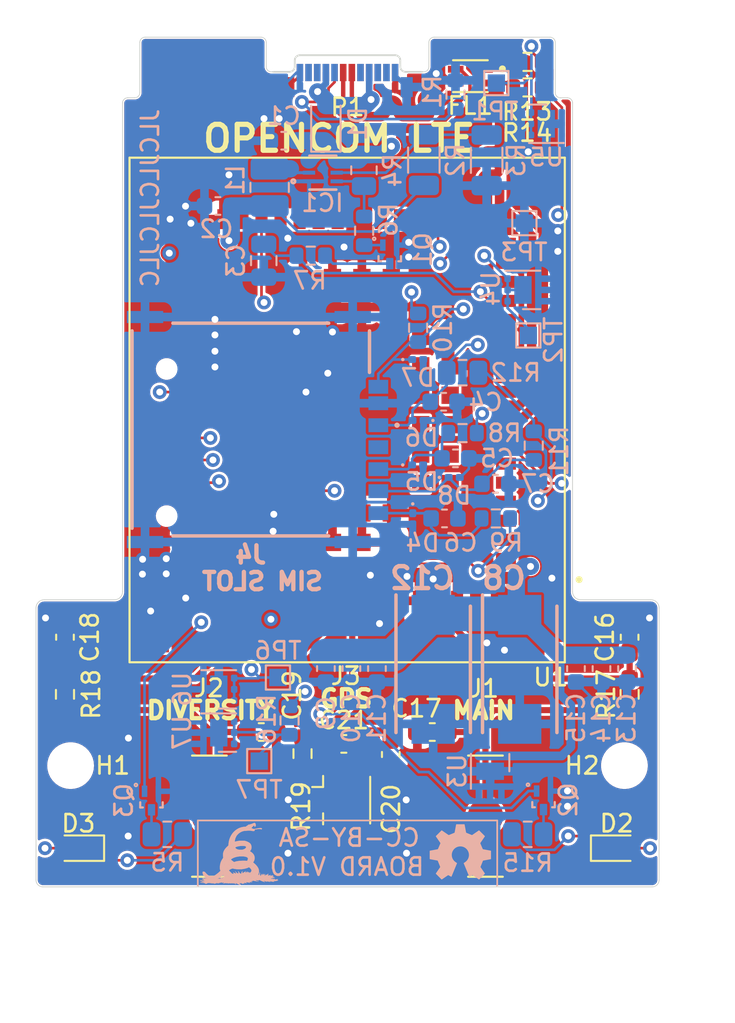
<source format=kicad_pcb>
(kicad_pcb (version 20221018) (generator pcbnew)

  (general
    (thickness 0.8)
  )

  (paper "A4")
  (title_block
    (title "openCom LTE")
    (rev "v1.0")
    (company "Liberated Embedded Systems")
    (comment 1 "Licensed under Creative Commons Attribution 4.0.")
    (comment 4 "https://liberatedsystems.co.uk")
  )

  (layers
    (0 "F.Cu" signal)
    (1 "In1.Cu" signal)
    (2 "In2.Cu" signal)
    (31 "B.Cu" signal)
    (32 "B.Adhes" user "B.Adhesive")
    (33 "F.Adhes" user "F.Adhesive")
    (34 "B.Paste" user)
    (35 "F.Paste" user)
    (36 "B.SilkS" user "B.Silkscreen")
    (37 "F.SilkS" user "F.Silkscreen")
    (38 "B.Mask" user)
    (39 "F.Mask" user)
    (40 "Dwgs.User" user "User.Drawings")
    (41 "Cmts.User" user "User.Comments")
    (42 "Eco1.User" user "User.Eco1")
    (43 "Eco2.User" user "User.Eco2")
    (44 "Edge.Cuts" user)
    (45 "Margin" user)
    (46 "B.CrtYd" user "B.Courtyard")
    (47 "F.CrtYd" user "F.Courtyard")
    (48 "B.Fab" user)
    (49 "F.Fab" user)
    (50 "User.1" user)
    (51 "User.2" user)
    (52 "User.3" user)
    (53 "User.4" user)
    (54 "User.5" user)
    (55 "User.6" user)
    (56 "User.7" user)
    (57 "User.8" user)
    (58 "User.9" user)
  )

  (setup
    (stackup
      (layer "F.SilkS" (type "Top Silk Screen"))
      (layer "F.Paste" (type "Top Solder Paste"))
      (layer "F.Mask" (type "Top Solder Mask") (thickness 0.01))
      (layer "F.Cu" (type "copper") (thickness 0.035))
      (layer "dielectric 1" (type "prepreg") (thickness 0.1) (material "FR4") (epsilon_r 4.5) (loss_tangent 0.02))
      (layer "In1.Cu" (type "copper") (thickness 0.035))
      (layer "dielectric 2" (type "core") (thickness 0.44) (material "FR4") (epsilon_r 4.5) (loss_tangent 0.02))
      (layer "In2.Cu" (type "copper") (thickness 0.035))
      (layer "dielectric 3" (type "prepreg") (thickness 0.1) (material "FR4") (epsilon_r 4.5) (loss_tangent 0.02))
      (layer "B.Cu" (type "copper") (thickness 0.035))
      (layer "B.Mask" (type "Bottom Solder Mask") (thickness 0.01))
      (layer "B.Paste" (type "Bottom Solder Paste"))
      (layer "B.SilkS" (type "Bottom Silk Screen"))
      (copper_finish "None")
      (dielectric_constraints no)
    )
    (pad_to_mask_clearance 0)
    (pcbplotparams
      (layerselection 0x00010fc_ffffffff)
      (plot_on_all_layers_selection 0x0000000_00000000)
      (disableapertmacros false)
      (usegerberextensions false)
      (usegerberattributes true)
      (usegerberadvancedattributes true)
      (creategerberjobfile true)
      (dashed_line_dash_ratio 12.000000)
      (dashed_line_gap_ratio 3.000000)
      (svgprecision 4)
      (plotframeref false)
      (viasonmask false)
      (mode 1)
      (useauxorigin false)
      (hpglpennumber 1)
      (hpglpenspeed 20)
      (hpglpendiameter 15.000000)
      (dxfpolygonmode true)
      (dxfimperialunits true)
      (dxfusepcbnewfont true)
      (psnegative false)
      (psa4output false)
      (plotreference true)
      (plotvalue true)
      (plotinvisibletext false)
      (sketchpadsonfab false)
      (subtractmaskfromsilk false)
      (outputformat 1)
      (mirror false)
      (drillshape 0)
      (scaleselection 1)
      (outputdirectory "gen/")
    )
  )

  (net 0 "")
  (net 1 "VBUS")
  (net 2 "GND")
  (net 3 "+3V8")
  (net 4 "/POWER_GOOD")
  (net 5 "/USIM_PRESENCE")
  (net 6 "/ANT_MAIN")
  (net 7 "/ANT_DIV")
  (net 8 "/ANT_GNSS")
  (net 9 "Net-(J3-In)")
  (net 10 "Net-(D1-A)")
  (net 11 "Net-(D2-K)")
  (net 12 "Net-(D3-K)")
  (net 13 "/USB_D+")
  (net 14 "/USB_D-")
  (net 15 "Net-(IC1-SW)")
  (net 16 "Net-(IC1-FB)")
  (net 17 "Net-(IC1-PG)")
  (net 18 "Net-(P1-CC)")
  (net 19 "unconnected-(P1-VCONN-PadB5)")
  (net 20 "Net-(Q1-B)")
  (net 21 "Net-(Q1-C)")
  (net 22 "/NETLIGHT")
  (net 23 "Net-(Q2-C)")
  (net 24 "/STATUS")
  (net 25 "Net-(Q3-C)")
  (net 26 "/USIM_RST")
  (net 27 "/USIM_CLK")
  (net 28 "/VDD_EXT")
  (net 29 "/USIM_DATA")
  (net 30 "Net-(R13-Pad1)")
  (net 31 "Net-(R14-Pad1)")
  (net 32 "Net-(R16-Pad2)")
  (net 33 "Net-(U1-USB_BOOT)")
  (net 34 "unconnected-(U1-PCM_CLK-Pad4)")
  (net 35 "unconnected-(U1-PCM_SYNC-Pad5)")
  (net 36 "unconnected-(U1-PCM_DIN-Pad6)")
  (net 37 "unconnected-(U1-PCM_DOUT-Pad7)")
  (net 38 "unconnected-(U1-RESET_N-Pad17)")
  (net 39 "unconnected-(U1-RESERVED-Pad18)")
  (net 40 "unconnected-(U1-AP_READY-Pad19)")
  (net 41 "unconnected-(U1-DBG_RXD-Pad22)")
  (net 42 "unconnected-(U1-DBG_TXD-Pad23)")
  (net 43 "unconnected-(U1-ADC0-Pad24)")
  (net 44 "unconnected-(U1-SPI_CLK-Pad26)")
  (net 45 "unconnected-(U1-SPI_MOSI-Pad27)")
  (net 46 "unconnected-(U1-SPI_MISO-Pad28)")
  (net 47 "unconnected-(U1-DTR-Pad30)")
  (net 48 "unconnected-(U1-RXD-Pad34)")
  (net 49 "unconnected-(U1-TXD-Pad35)")
  (net 50 "unconnected-(U1-CTS-Pad36)")
  (net 51 "unconnected-(U1-RTS-Pad37)")
  (net 52 "unconnected-(U1-DCD-Pad38)")
  (net 53 "unconnected-(U1-RI-Pad39)")
  (net 54 "unconnected-(U1-I2C_SCL-Pad40)")
  (net 55 "unconnected-(U1-I2C_SDA-Pad41)")
  (net 56 "unconnected-(U1-USIM2_PRESENCE-Pad83)")
  (net 57 "unconnected-(U1-USIM2_CLK-Pad84)")
  (net 58 "/USIM_VDD")
  (net 59 "Net-(C17-Pad1)")
  (net 60 "Net-(C19-Pad1)")
  (net 61 "/USBC_D+")
  (net 62 "/USBC_D-")
  (net 63 "unconnected-(U1-USIM2_RST-Pad85)")
  (net 64 "unconnected-(U1-USIM2_DATA-Pad86)")
  (net 65 "unconnected-(U1-USIM2_VDD-Pad87)")
  (net 66 "Net-(J4-RST)")
  (net 67 "Net-(J4-CLK)")
  (net 68 "Net-(J4-I{slash}O)")
  (net 69 "unconnected-(J4-VPP-PadC6)")

  (footprint "CONSMA002-SMD:LINX_CONSMA002-SMD" (layer "F.Cu") (at 151.72 142.15))

  (footprint "Resistor_SMD:R_0603_1608Metric" (layer "F.Cu") (at 154.15 98.575 180))

  (footprint "Resistor_SMD:R_0603_1608Metric_Pad0.98x0.95mm_HandSolder" (layer "F.Cu") (at 160.05 135.1125 -90))

  (footprint "LED_SMD:LED_0603_1608Metric" (layer "F.Cu") (at 128.2 144 180))

  (footprint "Capacitor_SMD:C_0603_1608Metric_Pad1.08x0.95mm_HandSolder" (layer "F.Cu") (at 146.25 138.5875 -90))

  (footprint "Resistor_SMD:R_0603_1608Metric_Pad0.98x0.95mm_HandSolder" (layer "F.Cu") (at 141.15 138.5375 -90))

  (footprint "Connector_USB:USB_C_Plug_Molex_105444" (layer "F.Cu") (at 143.75 99.15))

  (footprint "MountingHole:MountingHole_2.2mm_M2" (layer "F.Cu") (at 159.75 139.23))

  (footprint "LED_SMD:LED_0603_1608Metric" (layer "F.Cu") (at 159.3 144))

  (footprint "CONSMA002-SMD:LINX_CONSMA002-SMD" (layer "F.Cu") (at 135.77 142.15))

  (footprint "Capacitor_SMD:C_0603_1608Metric_Pad1.08x0.95mm_HandSolder" (layer "F.Cu") (at 160.05 131.8125 90))

  (footprint "Capacitor_SMD:C_0603_1608Metric_Pad1.08x0.95mm_HandSolder" (layer "F.Cu") (at 138.7675 137.29))

  (footprint "Capacitor_SMD:C_0603_1608Metric_Pad1.08x0.95mm_HandSolder" (layer "F.Cu") (at 127.425 131.8125 90))

  (footprint "Capacitor_SMD:C_0603_1608Metric_Pad1.08x0.95mm_HandSolder" (layer "F.Cu") (at 148.6475 137.29 180))

  (footprint "Capacitor_SMD:C_0603_1608Metric_Pad1.08x0.95mm_HandSolder" (layer "F.Cu") (at 143.5375 137.975))

  (footprint "Resistor_SMD:R_0603_1608Metric_Pad0.98x0.95mm_HandSolder" (layer "F.Cu") (at 127.425 135.1125 -90))

  (footprint "MountingHole:MountingHole_2.2mm_M2" (layer "F.Cu") (at 127.75 139.23))

  (footprint "Resistor_SMD:R_0603_1608Metric" (layer "F.Cu") (at 154.15 100.05 180))

  (footprint "DLW21SN900SQ2L:FIL_DLW21SN900SQ2L" (layer "F.Cu") (at 150.85 99.4 180))

  (footprint "EG95:XCVR_EG95" (layer "F.Cu")
    (tstamp f851ed5b-4e23-405b-b1aa-e8d65dde7576)
    (at 143.73 118.685 180)
    (property "MANUFACTURER" "Quectel")
    (property "MAXIMUM_PACKAGE_HEIGHT" "2.5mm")
    (property "PARTREV" "1.5")
    (property "STANDARD" "Manufacturer Recommendations")
    (property "Sheetfile" "opencom-lte.kicad_sch")
    (property "Sheetname" "")
    (path "/e6a6b14f-fc94-4e9b-b34c-71e0e50cdc39")
    (attr smd)
    (fp_text reference "U1" (at -11.76 -15.445) (layer "F.SilkS")
        (effects (font (size 1 1) (thickness 0.153)))
      (tstamp 1d464947-5842-4187-a9bd-c30a4e55b624)
    )
    (fp_text value "EG95" (at -12.635 15.715) (layer "F.Fab")
        (effects (font (size 1 1) (thickness 0.15)))
      (tstamp 7b80973e-b338-4301-a0a8-35a68cefc798)
    )
    (fp_circle (center -5.95 -4.25) (end -5.478 -4.25)
      (stroke (width 0) (type solid)) (fill solid) (layer "F.Paste") (tstamp 67d3b74d-81a9-43e5-82a0-a58ecb94a205))
    (fp_circle (center -5.95 -2.55) (end -5.478 -2.55)
      (stroke (width 0) (type solid)) (fill solid) (layer "F.Paste") (tstamp 12d7749c-79c9-41a7-b0f5-19f3bfe17632))
    (fp_circle (center -5.95 -0.85) (end -5.478 -0.85)
      (stroke (width 0) (type solid)) (fill solid) (layer "F.Paste") (tstamp 4e384b70-bee1-4f3c-923a-35ca47ab2658))
    (fp_circle (center -5.95 0.85) (end -5.478 0.85)
      (stroke (width 0) (type solid)) (fill solid) (layer "F.Paste") (tstamp 6d05fc8f-1146-4558-87f4-124d02db3765))
    (fp_circle (center -5.95 2.55) (end -5.478 2.55)
      (stroke (width 0) (type solid)) (fill solid) (layer "F.Paste") (tstamp 357ed333-a131-4460-9f03-f99d16791163))
    (fp_circle (center -5.95 4.25) (end -5.478 4.25)
      (stroke (width 0) (type solid)) (fill solid) (layer "F.Paste") (tstamp 63f94867-3c9e-4667-930a-fee0f1e2ebe2))
    (fp_circle (center -4.25 -4.25) (end -3.778 -4.25)
      (stroke (width 0) (type solid)) (fill solid) (layer "F.Paste") (tstamp 13cc66c6-7510-4e83-a694-d08949b734e5))
    (fp_circle (center -4.25 -2.55) (end -3.778 -2.55)
      (stroke (width 0) (type solid)) (fill solid) (layer "F.Paste") (tstamp 8c7a9cf3-ddbd-4b7c-bebc-49031a5e6d73))
    (fp_circle (center -4.25 -0.85) (end -3.778 -0.85)
      (stroke (width 0) (type solid)) (fill solid) (layer "F.Paste") (tstamp 3d9d3b4e-af9b-4dbc-9336-c29b3746faba))
    (fp_circle (center -4.25 0.85) (end -3.778 0.85)
      (stroke (width 0) (type solid)) (fill solid) (layer "F.Paste") (tstamp 690ddcd6-4d8e-42c0-ad75-ff9db3797b01))
    (fp_circle (center -4.25 2.55) (end -3.778 2.55)
      (stroke (width 0) (type solid)) (fill solid) (layer "F.Paste") (tstamp 75b36f97-51b2-4f40-b557-750c42c33062))
    (fp_circle (center -4.25 4.25) (end -3.778 4.25)
      (stroke (width 0) (type solid)) (fill solid) (layer "F.Paste") (tstamp 4e758d36-1513-487c-9267-fc087fa18d60))
    (fp_circle (center -2.55 -7.65) (end -2.078 -7.65)
      (stroke (width 0) (type solid)) (fill solid) (layer "F.Paste") (tstamp 3633692c-49f1-42ca-94b0-b891b5a33b8a))
    (fp_circle (center -2.55 -5.95) (end -2.078 -5.95)
      (stroke (width 0) (type solid)) (fill solid) (layer "F.Paste") (tstamp daf7962a-2a44-472f-b9c9-8c84ea1849f8))
    (fp_circle (center -2.55 5.95) (end -2.078 5.95)
      (stroke (width 0) (type solid)) (fill solid) (layer "F.Paste") (tstamp 32fabbac-dc5d-4778-92ac-b5c62bce09fe))
    (fp_circle (center -2.55 7.65) (end -2.078 7.65)
      (stroke (width 0) (type solid)) (fill solid) (layer "F.Paste") (tstamp b9df1aa6-a689-4293-8753-7c59f8230178))
    (fp_circle (center -0.85 -7.65) (end -0.378 -7.65)
      (stroke (width 0) (type solid)) (fill solid) (layer "F.Paste") (tstamp 4d0be172-5136-470d-b73a-7a8cb51ed73c))
    (fp_circle (center -0.85 -5.95) (end -0.378 -5.95)
      (stroke (width 0) (type solid)) (fill solid) (layer "F.Paste") (tstamp e9ad7bc7-db7f-41e8-8090-37c9b439c87a))
    (fp_circle (center -0.85 5.95) (end -0.378 5.95)
      (stroke (width 0) (type solid)) (fill solid) (layer "F.Paste") (tstamp 4a30cd4e-e496-41e4-82a6-3686d3ecb188))
    (fp_circle (center -0.85 7.65) (end -0.378 7.65)
      (stroke (width 0) (type solid)) (fill solid) (layer "F.Paste") (tstamp 55b8e7ce-c026-444a-87d3-c25fb53b51c9))
    (fp_circle (center 0.85 -7.65) (end 1.322 -7.65)
      (stroke (width 0) (type solid)) (fill solid) (layer "F.Paste") (tstamp 32b20396-c9b0-4873-b9ba-fa2c66fc98d1))
    (fp_circle (center 0.85 -5.95) (end 1.322 -5.95)
      (stroke (width 0) (type solid)) (fill solid) (layer "F.Paste") (tstamp e03b0b90-06f2-4e0d-a234-628bf843efeb))
    (fp_circle (center 0.85 5.95) (end 1.322 5.95)
      (stroke (width 0) (type solid)) (fill solid) (layer "F.Paste") (tstamp 117ba3fd-2c95-455c-a1fb-79870f2b7c3e))
    (fp_circle (center 0.85 7.65) (end 1.322 7.65)
      (stroke (width 0) (type solid)) (fill solid) (layer "F.Paste") (tstamp 9cebe8bb-5944-4532-84f3-4db69cb5a267))
    (fp_circle (center 2.55 -7.65) (end 3.022 -7.65)
      (stroke (width 0) (type solid)) (fill solid) (layer "F.Paste") (tstamp 4591d32e-0bfd-40f2-a436-d8c4a8df7b9c))
    (fp_circle (center 2.55 -5.95) (end 3.022 -5.95)
      (stroke (width 0) (type solid)) (fill solid) (layer "F.Paste") (tstamp 27feb6eb-48a0-44e1-945e-be4be8aa40cb))
    (fp_circle (center 2.55 5.95) (end 3.022 5.95)
      (stroke (width 0) (type solid)) (fill solid) (layer "F.Paste") (tstamp d0d20436-b778-4fa3-9675-56b791c3d56f))
    (fp_circle (center 2.55 7.65) (end 3.022 7.65)
      (stroke (width 0) (type solid)) (fill solid) (layer "F.Paste") (tstamp defa867d-6b76-49c8-bb58-cf6b459a29a2))
    (fp_circle (center 4.25 -4.25) (end 4.722 -4.25)
      (stroke (width 0) (type solid)) (fill solid) (layer "F.Paste") (tstamp 025de2ef-81a6-402c-bdfe-0f3340f36076))
    (fp_circle (center 4.25 -2.55) (end 4.722 -2.55)
      (stroke (width 0) (type solid)) (fill solid) (layer "F.Paste") (tstamp 920f3030-f3a9-49d9-98b1-ba1e7a6cde5b))
    (fp_circle (center 4.25 -0.85) (end 4.722 -0.85)
      (stroke (width 0) (type solid)) (fill solid) (layer "F.Paste") (tstamp cf2d715c-b57e-4e29-b1b7-62efa84a9561))
    (fp_circle (center 4.25 0.85) (end 4.722 0.85)
      (stroke (width 0) (type solid)) (fill solid) (layer "F.Paste") (tstamp ca71414b-1dcf-458c-9ec7-99f7644ea8d3))
    (fp_circle (center 4.25 2.55) (end 4.722 2.55)
      (stroke (width 0) (type solid)) (fill solid) (layer "F.Paste") (tstamp c74df507-238b-4f61-b908-673a0ad914c0))
    (fp_circle (center 4.25 4.25) (end 4.722 4.25)
      (stroke (width 0) (type solid)) (fill solid) (layer "F.Paste") (tstamp 89941a95-52f2-4f01-b5ae-ea2ee97dc086))
    (fp_circle (center 5.95 -4.25) (end 6.422 -4.25)
      (stroke (width 0) (type solid)) (fill solid) (layer "F.Paste") (tstamp 464d7fed-1c31-488c-ad54-5f06dec5a552))
    (fp_circle (center 5.95 -2.55) (end 6.422 -2.55)
      (stroke (width 0) (type solid)) (fill solid) (layer "F.Paste") (tstamp 7989918b-1f57-4399-89ef-f58e0c36eb2c))
    (fp_circle (center 5.95 -0.85) (end 6.422 -0.85)
      (stroke (width 0) (type solid)) (fill solid) (layer "F.Paste") (tstamp 338601a2-47bf-49f9-ba85-32e5a710140d))
    (fp_circle (center 5.95 0.85) (end 6.422 0.85)
      (stroke (width 0) (type solid)) (fill solid) (layer "F.Paste") (tstamp 12da4203-b063-4a2b-968e-3657dc112560))
    (fp_circle (center 5.95 2.55) (end 6.422 2.55)
      (stroke (width 0) (type solid)) (fill solid) (layer "F.Paste") (tstamp 7f6528a6-3a92-4aca-ba64-fc076fca4400))
    (fp_circle (center 5.95 4.25) (end 6.422 4.25)
      (stroke (width 0) (type solid)) (fill solid) (layer "F.Paste") (tstamp faf3a879-e27f-4ff1-b81f-1530938d56fc))
    (fp_poly
      (pts
        (xy -11.66 -13.66)
        (xy -10.64 -13.66)
        (xy -10.64 -12.64)
        (xy -11.66 -12.64)
      )

      (stroke (width 0.01) (type solid)) (fill solid) (layer "F.Paste") (tstamp a4cf9f7c-fc80-4a6e-8aed-8618a06b9c70))
    (fp_poly
      (pts
        (xy -10.54 13.56)
        (xy -10.78 13.56)
        (xy -11.56 12.78)
        (xy -11.56 12.54)
        (xy -10.54 12.54)
      )

      (stroke (width 0.0001) (type solid)) (fill solid) (layer "F.Paste") (tstamp 36e8bdf4-fab0-480a-ae07-fd85752c3d27))
    (fp_poly
      (pts
        (xy -10.54 13.56)
        (xy -10.78 13.56)
        (xy -11.56 12.78)
        (xy -11.56 12.54)
        (xy -10.54 12.54)
      )

      (stroke (width 0.0001) (type solid)) (fill solid) (layer "F.Paste") (tstamp fb33d6b7-c026-42c4-b8ab-e0e13b2d656e))
    (fp_poly
      (pts
        (xy 10.54 -13.56)
        (xy 10.78 -13.56)
        (xy 11.56 -12.78)
        (xy 11.56 -12.54)
        (xy 10.54 -12.54)
      )

      (stroke (width 0.0001) (type solid)) (fill solid) (layer "F.Paste") (tstamp 74c62a22-a856-4ac7-bb7a-1febdc12e728))
    (fp_poly
      (pts
        (xy 10.54 13.56)
        (xy 10.78 13.56)
        (xy 11.56 12.78)
        (xy 11.56 12.54)
        (xy 10.54 12.54)
      )

      (stroke (width 0.0001) (type solid)) (fill solid) (layer "F.Paste") (tstamp c4360858-c8a5-42dc-836e-f31e91c33908))
    (fp_poly
      (pts
        (xy -9.525 -9.98)
        (xy -8.825 -9.98)
        (xy -8.819 -9.98)
        (xy -8.814 -9.979)
        (xy -8.808 -9.979)
        (xy -8.802 -9.978)
        (xy -8.797 -9.976)
        (xy -8.791 -9.975)
        (xy -8.786 -9.973)
        (xy -8.78 -9.97)
        (xy -8.775 -9.968)
        (xy -8.77 -9.965)
        (xy -8.765 -9.962)
        (xy -8.76 -9.959)
        (xy -8.756 -9.955)
        (xy -8.751 -9.952)
        (xy -8.747 -9.948)
        (xy -8.743 -9.944)
        (xy -8.74 -9.939)
        (xy -8.736 -9.935)
        (xy -8.733 -9.93)
        (xy -8.73 -9.925)
        (xy -8.727 -9.92)
        (xy -8.725 -9.915)
        (xy -8.722 -9.909)
        (xy -8.72 -9.904)
        (xy -8.719 -9.898)
        (xy -8.717 -9.893)
        (xy -8.716 -9.887)
        (xy -8.716 -9.881)
        (xy -8.715 -9.876)
        (xy -8.715 -9.87)
        (xy -8.715 -9.53)
        (xy -8.715 -9.524)
        (xy -8.716 -9.519)
        (xy -8.716 -9.513)
        (xy -8.717 -9.507)
        (xy -8.719 -9.502)
        (xy -8.72 -9.496)
        (xy -8.722 -9.491)
        (xy -8.725 -9.485)
        (xy -8.727 -9.48)
        (xy -8.73 -9.475)
        (xy -8.733 -9.47)
        (xy -8.736 -9.465)
        (xy -8.74 -9.461)
        (xy -8.743 -9.456)
        (xy -8.747 -9.452)
        (xy -8.751 -9.448)
        (xy -8.756 -9.445)
        (xy -8.76 -9.441)
        (xy -8.765 -9.438)
        (xy -8.77 -9.435)
        (xy -8.775 -9.432)
        (xy -8.78 -9.43)
        (xy -8.786 -9.427)
        (xy -8.791 -9.425)
        (xy -8.797 -9.424)
        (xy -8.802 -9.422)
        (xy -8.808 -9.421)
        (xy -8.814 -9.421)
        (xy -8.819 -9.42)
        (xy -8.825 -9.42)
        (xy -9.525 -9.42)
        (xy -9.531 -9.42)
        (xy -9.536 -9.421)
        (xy -9.542 -9.421)
        (xy -9.548 -9.422)
        (xy -9.553 -9.424)
        (xy -9.559 -9.425)
        (xy -9.564 -9.427)
        (xy -9.57 -9.43)
        (xy -9.575 -9.432)
        (xy -9.58 -9.435)
        (xy -9.585 -9.438)
        (xy -9.59 -9.441)
        (xy -9.594 -9.445)
        (xy -9.599 -9.448)
        (xy -9.603 -9.452)
        (xy -9.607 -9.456)
        (xy -9.61 -9.461)
        (xy -9.614 -9.465)
        (xy -9.617 -9.47)
        (xy -9.62 -9.475)
        (xy -9.623 -9.48)
        (xy -9.625 -9.485)
        (xy -9.628 -9.491)
        (xy -9.63 -9.496)
        (xy -9.631 -9.502)
        (xy -9.633 -9.507)
        (xy -9.634 -9.513)
        (xy -9.634 -9.519)
        (xy -9.635 -9.524)
        (xy -9.635 -9.53)
        (xy -9.635 -9.87)
        (xy -9.635 -9.876)
        (xy -9.634 -9.881)
        (xy -9.634 -9.887)
        (xy -9.633 -9.893)
        (xy -9.631 -9.898)
        (xy -9.63 -9.904)
        (xy -9.628 -9.909)
        (xy -9.625 -9.915)
        (xy -9.623 -9.92)
        (xy -9.62 -9.925)
        (xy -9.617 -9.93)
        (xy -9.614 -9.935)
        (xy -9.61 -9.939)
        (xy -9.607 -9.944)
        (xy -9.603 -9.948)
        (xy -9.599 -9.952)
        (xy -9.594 -9.955)
        (xy -9.59 -9.959)
        (xy -9.585 -9.962)
        (xy -9.58 -9.965)
        (xy -9.575 -9.968)
        (xy -9.57 -9.97)
        (xy -9.564 -9.973)
        (xy -9.559 -9.975)
        (xy -9.553 -9.976)
        (xy -9.548 -9.978)
        (xy -9.542 -9.979)
        (xy -9.536 -9.979)
        (xy -9.531 -9.98)
        (xy -9.525 -9.98)
      )

      (stroke (width 0.0001) (type solid)) (fill solid) (layer "F.Paste") (tstamp 381fb920-c57b-4d2c-bff1-181bec3e7f23))
    (fp_poly
      (pts
        (xy -9.525 -8.88)
        (xy -8.825 -8.88)
        (xy -8.819 -8.88)
        (xy -8.814 -8.879)
        (xy -8.808 -8.879)
        (xy -8.802 -8.878)
        (xy -8.797 -8.876)
        (xy -8.791 -8.875)
        (xy -8.786 -8.873)
        (xy -8.78 -8.87)
        (xy -8.775 -8.868)
        (xy -8.77 -8.865)
        (xy -8.765 -8.862)
        (xy -8.76 -8.859)
        (xy -8.756 -8.855)
        (xy -8.751 -8.852)
        (xy -8.747 -8.848)
        (xy -8.743 -8.844)
        (xy -8.74 -8.839)
        (xy -8.736 -8.835)
        (xy -8.733 -8.83)
        (xy -8.73 -8.825)
        (xy -8.727 -8.82)
        (xy -8.725 -8.815)
        (xy -8.722 -8.809)
        (xy -8.72 -8.804)
        (xy -8.719 -8.798)
        (xy -8.717 -8.793)
        (xy -8.716 -8.787)
        (xy -8.716 -8.781)
        (xy -8.715 -8.776)
        (xy -8.715 -8.77)
        (xy -8.715 -8.43)
        (xy -8.715 -8.424)
        (xy -8.716 -8.419)
        (xy -8.716 -8.413)
        (xy -8.717 -8.407)
        (xy -8.719 -8.402)
        (xy -8.72 -8.396)
        (xy -8.722 -8.391)
        (xy -8.725 -8.385)
        (xy -8.727 -8.38)
        (xy -8.73 -8.375)
        (xy -8.733 -8.37)
        (xy -8.736 -8.365)
        (xy -8.74 -8.361)
        (xy -8.743 -8.356)
        (xy -8.747 -8.352)
        (xy -8.751 -8.348)
        (xy -8.756 -8.345)
        (xy -8.76 -8.341)
        (xy -8.765 -8.338)
        (xy -8.77 -8.335)
        (xy -8.775 -8.332)
        (xy -8.78 -8.33)
        (xy -8.786 -8.327)
        (xy -8.791 -8.325)
        (xy -8.797 -8.324)
        (xy -8.802 -8.322)
        (xy -8.808 -8.321)
        (xy -8.814 -8.321)
        (xy -8.819 -8.32)
        (xy -8.825 -8.32)
        (xy -9.525 -8.32)
        (xy -9.531 -8.32)
        (xy -9.536 -8.321)
        (xy -9.542 -8.321)
        (xy -9.548 -8.322)
        (xy -9.553 -8.324)
        (xy -9.559 -8.325)
        (xy -9.564 -8.327)
        (xy -9.57 -8.33)
        (xy -9.575 -8.332)
        (xy -9.58 -8.335)
        (xy -9.585 -8.338)
        (xy -9.59 -8.341)
        (xy -9.594 -8.345)
        (xy -9.599 -8.348)
        (xy -9.603 -8.352)
        (xy -9.607 -8.356)
        (xy -9.61 -8.361)
        (xy -9.614 -8.365)
        (xy -9.617 -8.37)
        (xy -9.62 -8.375)
        (xy -9.623 -8.38)
        (xy -9.625 -8.385)
        (xy -9.628 -8.391)
        (xy -9.63 -8.396)
        (xy -9.631 -8.402)
        (xy -9.633 -8.407)
        (xy -9.634 -8.413)
        (xy -9.634 -8.419)
        (xy -9.635 -8.424)
        (xy -9.635 -8.43)
        (xy -9.635 -8.77)
        (xy -9.635 -8.776)
        (xy -9.634 -8.781)
        (xy -9.634 -8.787)
        (xy -9.633 -8.793)
        (xy -9.631 -8.798)
        (xy -9.63 -8.804)
        (xy -9.628 -8.809)
        (xy -9.625 -8.815)
        (xy -9.623 -8.82)
        (xy -9.62 -8.825)
        (xy -9.617 -8.83)
        (xy -9.614 -8.835)
        (xy -9.61 -8.839)
        (xy -9.607 -8.844)
        (xy -9.603 -8.848)
        (xy -9.599 -8.852)
        (xy -9.594 -8.855)
        (xy -9.59 -8.859)
        (xy -9.585 -8.862)
        (xy -9.58 -8.865)
        (xy -9.575 -8.868)
        (xy -9.57 -8.87)
        (xy -9.564 -8.873)
        (xy -9.559 -8.875)
        (xy -9.553 -8.876)
        (xy -9.548 -8.878)
        (xy -9.542 -8.879)
        (xy -9.536 -8.879)
        (xy -9.531 -8.88)
        (xy -9.525 -8.88)
      )

      (stroke (width 0.0001) (type solid)) (fill solid) (layer "F.Paste") (tstamp 15a79106-df97-4493-8a49-601ca5566463))
    (fp_poly
      (pts
        (xy -9.525 -7.78)
        (xy -8.825 -7.78)
        (xy -8.819 -7.78)
        (xy -8.814 -7.779)
        (xy -8.808 -7.779)
        (xy -8.802 -7.778)
        (xy -8.797 -7.776)
        (xy -8.791 -7.775)
        (xy -8.786 -7.773)
        (xy -8.78 -7.77)
        (xy -8.775 -7.768)
        (xy -8.77 -7.765)
        (xy -8.765 -7.762)
        (xy -8.76 -7.759)
        (xy -8.756 -7.755)
        (xy -8.751 -7.752)
        (xy -8.747 -7.748)
        (xy -8.743 -7.744)
        (xy -8.74 -7.739)
        (xy -8.736 -7.735)
        (xy -8.733 -7.73)
        (xy -8.73 -7.725)
        (xy -8.727 -7.72)
        (xy -8.725 -7.715)
        (xy -8.722 -7.709)
        (xy -8.72 -7.704)
        (xy -8.719 -7.698)
        (xy -8.717 -7.693)
        (xy -8.716 -7.687)
        (xy -8.716 -7.681)
        (xy -8.715 -7.676)
        (xy -8.715 -7.67)
        (xy -8.715 -7.33)
        (xy -8.715 -7.324)
        (xy -8.716 -7.319)
        (xy -8.716 -7.313)
        (xy -8.717 -7.307)
        (xy -8.719 -7.302)
        (xy -8.72 -7.296)
        (xy -8.722 -7.291)
        (xy -8.725 -7.285)
        (xy -8.727 -7.28)
        (xy -8.73 -7.275)
        (xy -8.733 -7.27)
        (xy -8.736 -7.265)
        (xy -8.74 -7.261)
        (xy -8.743 -7.256)
        (xy -8.747 -7.252)
        (xy -8.751 -7.248)
        (xy -8.756 -7.245)
        (xy -8.76 -7.241)
        (xy -8.765 -7.238)
        (xy -8.77 -7.235)
        (xy -8.775 -7.232)
        (xy -8.78 -7.23)
        (xy -8.786 -7.227)
        (xy -8.791 -7.225)
        (xy -8.797 -7.224)
        (xy -8.802 -7.222)
        (xy -8.808 -7.221)
        (xy -8.814 -7.221)
        (xy -8.819 -7.22)
        (xy -8.825 -7.22)
        (xy -9.525 -7.22)
        (xy -9.531 -7.22)
        (xy -9.536 -7.221)
        (xy -9.542 -7.221)
        (xy -9.548 -7.222)
        (xy -9.553 -7.224)
        (xy -9.559 -7.225)
        (xy -9.564 -7.227)
        (xy -9.57 -7.23)
        (xy -9.575 -7.232)
        (xy -9.58 -7.235)
        (xy -9.585 -7.238)
        (xy -9.59 -7.241)
        (xy -9.594 -7.245)
        (xy -9.599 -7.248)
        (xy -9.603 -7.252)
        (xy -9.607 -7.256)
        (xy -9.61 -7.261)
        (xy -9.614 -7.265)
        (xy -9.617 -7.27)
        (xy -9.62 -7.275)
        (xy -9.623 -7.28)
        (xy -9.625 -7.285)
        (xy -9.628 -7.291)
        (xy -9.63 -7.296)
        (xy -9.631 -7.302)
        (xy -9.633 -7.307)
        (xy -9.634 -7.313)
        (xy -9.634 -7.319)
        (xy -9.635 -7.324)
        (xy -9.635 -7.33)
        (xy -9.635 -7.67)
        (xy -9.635 -7.676)
        (xy -9.634 -7.681)
        (xy -9.634 -7.687)
        (xy -9.633 -7.693)
        (xy -9.631 -7.698)
        (xy -9.63 -7.704)
        (xy -9.628 -7.709)
        (xy -9.625 -7.715)
        (xy -9.623 -7.72)
        (xy -9.62 -7.725)
        (xy -9.617 -7.73)
        (xy -9.614 -7.735)
        (xy -9.61 -7.739)
        (xy -9.607 -7.744)
        (xy -9.603 -7.748)
        (xy -9.599 -7.752)
        (xy -9.594 -7.755)
        (xy -9.59 -7.759)
        (xy -9.585 -7.762)
        (xy -9.58 -7.765)
        (xy -9.575 -7.768)
        (xy -9.57 -7.77)
        (xy -9.564 -7.773)
        (xy -9.559 -7.775)
        (xy -9.553 -7.776)
        (xy -9.548 -7.778)
        (xy -9.542 -7.779)
        (xy -9.536 -7.779)
        (xy -9.531 -7.78)
        (xy -9.525 -7.78)
      )

      (stroke (width 0.0001) (type solid)) (fill solid) (layer "F.Paste") (tstamp 0c575af3-6ed1-46a3-bfde-38643bb7e524))
    (fp_poly
      (pts
        (xy -9.525 -6.68)
        (xy -8.825 -6.68)
        (xy -8.819 -6.68)
        (xy -8.814 -6.679)
        (xy -8.808 -6.679)
        (xy -8.802 -6.678)
        (xy -8.797 -6.676)
        (xy -8.791 -6.675)
        (xy -8.786 -6.673)
        (xy -8.78 -6.67)
        (xy -8.775 -6.668)
        (xy -8.77 -6.665)
        (xy -8.765 -6.662)
        (xy -8.76 -6.659)
        (xy -8.756 -6.655)
        (xy -8.751 -6.652)
        (xy -8.747 -6.648)
        (xy -8.743 -6.644)
        (xy -8.74 -6.639)
        (xy -8.736 -6.635)
        (xy -8.733 -6.63)
        (xy -8.73 -6.625)
        (xy -8.727 -6.62)
        (xy -8.725 -6.615)
        (xy -8.722 -6.609)
        (xy -8.72 -6.604)
        (xy -8.719 -6.598)
        (xy -8.717 -6.593)
        (xy -8.716 -6.587)
        (xy -8.716 -6.581)
        (xy -8.715 -6.576)
        (xy -8.715 -6.57)
        (xy -8.715 -6.23)
        (xy -8.715 -6.224)
        (xy -8.716 -6.219)
        (xy -8.716 -6.213)
        (xy -8.717 -6.207)
        (xy -8.719 -6.202)
        (xy -8.72 -6.196)
        (xy -8.722 -6.191)
        (xy -8.725 -6.185)
        (xy -8.727 -6.18)
        (xy -8.73 -6.175)
        (xy -8.733 -6.17)
        (xy -8.736 -6.165)
        (xy -8.74 -6.161)
        (xy -8.743 -6.156)
        (xy -8.747 -6.152)
        (xy -8.751 -6.148)
        (xy -8.756 -6.145)
        (xy -8.76 -6.141)
        (xy -8.765 -6.138)
        (xy -8.77 -6.135)
        (xy -8.775 -6.132)
        (xy -8.78 -6.13)
        (xy -8.786 -6.127)
        (xy -8.791 -6.125)
        (xy -8.797 -6.124)
        (xy -8.802 -6.122)
        (xy -8.808 -6.121)
        (xy -8.814 -6.121)
        (xy -8.819 -6.12)
        (xy -8.825 -6.12)
        (xy -9.525 -6.12)
        (xy -9.531 -6.12)
        (xy -9.536 -6.121)
        (xy -9.542 -6.121)
        (xy -9.548 -6.122)
        (xy -9.553 -6.124)
        (xy -9.559 -6.125)
        (xy -9.564 -6.127)
        (xy -9.57 -6.13)
        (xy -9.575 -6.132)
        (xy -9.58 -6.135)
        (xy -9.585 -6.138)
        (xy -9.59 -6.141)
        (xy -9.594 -6.145)
        (xy -9.599 -6.148)
        (xy -9.603 -6.152)
        (xy -9.607 -6.156)
        (xy -9.61 -6.161)
        (xy -9.614 -6.165)
        (xy -9.617 -6.17)
        (xy -9.62 -6.175)
        (xy -9.623 -6.18)
        (xy -9.625 -6.185)
        (xy -9.628 -6.191)
        (xy -9.63 -6.196)
        (xy -9.631 -6.202)
        (xy -9.633 -6.207)
        (xy -9.634 -6.213)
        (xy -9.634 -6.219)
        (xy -9.635 -6.224)
        (xy -9.635 -6.23)
        (xy -9.635 -6.57)
        (xy -9.635 -6.576)
        (xy -9.634 -6.581)
        (xy -9.634 -6.587)
        (xy -9.633 -6.593)
        (xy -9.631 -6.598)
        (xy -9.63 -6.604)
        (xy -9.628 -6.609)
        (xy -9.625 -6.615)
        (xy -9.623 -6.62)
        (xy -9.62 -6.625)
        (xy -9.617 -6.63)
        (xy -9.614 -6.635)
        (xy -9.61 -6.639)
        (xy -9.607 -6.644)
        (xy -9.603 -6.648)
        (xy -9.599 -6.652)
        (xy -9.594 -6.655)
        (xy -9.59 -6.659)
        (xy -9.585 -6.662)
        (xy -9.58 -6.665)
        (xy -9.575 -6.668)
        (xy -9.57 -6.67)
        (xy -9.564 -6.673)
        (xy -9.559 -6.675)
        (xy -9.553 -6.676)
        (xy -9.548 -6.678)
        (xy -9.542 -6.679)
        (xy -9.536 -6.679)
        (xy -9.531 -6.68)
        (xy -9.525 -6.68)
      )

      (stroke (width 0.0001) (type solid)) (fill solid) (layer "F.Paste") (tstamp 4a9d6eca-1bec-49f3-8d4a-6444aca6165c))
    (fp_poly
      (pts
        (xy -9.525 -5.58)
        (xy -8.825 -5.58)
        (xy -8.819 -5.58)
        (xy -8.814 -5.579)
        (xy -8.808 -5.579)
        (xy -8.802 -5.578)
        (xy -8.797 -5.576)
        (xy -8.791 -5.575)
        (xy -8.786 -5.573)
        (xy -8.78 -5.57)
        (xy -8.775 -5.568)
        (xy -8.77 -5.565)
        (xy -8.765 -5.562)
        (xy -8.76 -5.559)
        (xy -8.756 -5.555)
        (xy -8.751 -5.552)
        (xy -8.747 -5.548)
        (xy -8.743 -5.544)
        (xy -8.74 -5.539)
        (xy -8.736 -5.535)
        (xy -8.733 -5.53)
        (xy -8.73 -5.525)
        (xy -8.727 -5.52)
        (xy -8.725 -5.515)
        (xy -8.722 -5.509)
        (xy -8.72 -5.504)
        (xy -8.719 -5.498)
        (xy -8.717 -5.493)
        (xy -8.716 -5.487)
        (xy -8.716 -5.481)
        (xy -8.715 -5.476)
        (xy -8.715 -5.47)
        (xy -8.715 -5.13)
        (xy -8.715 -5.124)
        (xy -8.716 -5.119)
        (xy -8.716 -5.113)
        (xy -8.717 -5.107)
        (xy -8.719 -5.102)
        (xy -8.72 -5.096)
        (xy -8.722 -5.091)
        (xy -8.725 -5.085)
        (xy -8.727 -5.08)
        (xy -8.73 -5.075)
        (xy -8.733 -5.07)
        (xy -8.736 -5.065)
        (xy -8.74 -5.061)
        (xy -8.743 -5.056)
        (xy -8.747 -5.052)
        (xy -8.751 -5.048)
        (xy -8.756 -5.045)
        (xy -8.76 -5.041)
        (xy -8.765 -5.038)
        (xy -8.77 -5.035)
        (xy -8.775 -5.032)
        (xy -8.78 -5.03)
        (xy -8.786 -5.027)
        (xy -8.791 -5.025)
        (xy -8.797 -5.024)
        (xy -8.802 -5.022)
        (xy -8.808 -5.021)
        (xy -8.814 -5.021)
        (xy -8.819 -5.02)
        (xy -8.825 -5.02)
        (xy -9.525 -5.02)
        (xy -9.531 -5.02)
        (xy -9.536 -5.021)
        (xy -9.542 -5.021)
        (xy -9.548 -5.022)
        (xy -9.553 -5.024)
        (xy -9.559 -5.025)
        (xy -9.564 -5.027)
        (xy -9.57 -5.03)
        (xy -9.575 -5.032)
        (xy -9.58 -5.035)
        (xy -9.585 -5.038)
        (xy -9.59 -5.041)
        (xy -9.594 -5.045)
        (xy -9.599 -5.048)
        (xy -9.603 -5.052)
        (xy -9.607 -5.056)
        (xy -9.61 -5.061)
        (xy -9.614 -5.065)
        (xy -9.617 -5.07)
        (xy -9.62 -5.075)
        (xy -9.623 -5.08)
        (xy -9.625 -5.085)
        (xy -9.628 -5.091)
        (xy -9.63 -5.096)
        (xy -9.631 -5.102)
        (xy -9.633 -5.107)
        (xy -9.634 -5.113)
        (xy -9.634 -5.119)
        (xy -9.635 -5.124)
        (xy -9.635 -5.13)
        (xy -9.635 -5.47)
        (xy -9.635 -5.476)
        (xy -9.634 -5.481)
        (xy -9.634 -5.487)
        (xy -9.633 -5.493)
        (xy -9.631 -5.498)
        (xy -9.63 -5.504)
        (xy -9.628 -5.509)
        (xy -9.625 -5.515)
        (xy -9.623 -5.52)
        (xy -9.62 -5.525)
        (xy -9.617 -5.53)
        (xy -9.614 -5.535)
        (xy -9.61 -5.539)
        (xy -9.607 -5.544)
        (xy -9.603 -5.548)
        (xy -9.599 -5.552)
        (xy -9.594 -5.555)
        (xy -9.59 -5.559)
        (xy -9.585 -5.562)
        (xy -9.58 -5.565)
        (xy -9.575 -5.568)
        (xy -9.57 -5.57)
        (xy -9.564 -5.573)
        (xy -9.559 -5.575)
        (xy -9.553 -5.576)
        (xy -9.548 -5.578)
        (xy -9.542 -5.579)
        (xy -9.536 -5.579)
        (xy -9.531 -5.58)
        (xy -9.525 -5.58)
      )

      (stroke (width 0.0001) (type solid)) (fill solid) (layer "F.Paste") (tstamp e40f3414-f91c-4fbd-a4de-8dc5493441cf))
    (fp_poly
      (pts
        (xy -9.525 -4.48)
        (xy -8.825 -4.48)
        (xy -8.819 -4.48)
        (xy -8.814 -4.479)
        (xy -8.808 -4.479)
        (xy -8.802 -4.478)
        (xy -8.797 -4.476)
        (xy -8.791 -4.475)
        (xy -8.786 -4.473)
        (xy -8.78 -4.47)
        (xy -8.775 -4.468)
        (xy -8.77 -4.465)
        (xy -8.765 -4.462)
        (xy -8.76 -4.459)
        (xy -8.756 -4.455)
        (xy -8.751 -4.452)
        (xy -8.747 -4.448)
        (xy -8.743 -4.444)
        (xy -8.74 -4.439)
        (xy -8.736 -4.435)
        (xy -8.733 -4.43)
        (xy -8.73 -4.425)
        (xy -8.727 -4.42)
        (xy -8.725 -4.415)
        (xy -8.722 -4.409)
        (xy -8.72 -4.404)
        (xy -8.719 -4.398)
        (xy -8.717 -4.393)
        (xy -8.716 -4.387)
        (xy -8.716 -4.381)
        (xy -8.715 -4.376)
        (xy -8.715 -4.37)
        (xy -8.715 -4.03)
        (xy -8.715 -4.024)
        (xy -8.716 -4.019)
        (xy -8.716 -4.013)
        (xy -8.717 -4.007)
        (xy -8.719 -4.002)
        (xy -8.72 -3.996)
        (xy -8.722 -3.991)
        (xy -8.725 -3.985)
        (xy -8.727 -3.98)
        (xy -8.73 -3.975)
        (xy -8.733 -3.97)
        (xy -8.736 -3.965)
        (xy -8.74 -3.961)
        (xy -8.743 -3.956)
        (xy -8.747 -3.952)
        (xy -8.751 -3.948)
        (xy -8.756 -3.945)
        (xy -8.76 -3.941)
        (xy -8.765 -3.938)
        (xy -8.77 -3.935)
        (xy -8.775 -3.932)
        (xy -8.78 -3.93)
        (xy -8.786 -3.927)
        (xy -8.791 -3.925)
        (xy -8.797 -3.924)
        (xy -8.802 -3.922)
        (xy -8.808 -3.921)
        (xy -8.814 -3.921)
        (xy -8.819 -3.92)
        (xy -8.825 -3.92)
        (xy -9.525 -3.92)
        (xy -9.531 -3.92)
        (xy -9.536 -3.921)
        (xy -9.542 -3.921)
        (xy -9.548 -3.922)
        (xy -9.553 -3.924)
        (xy -9.559 -3.925)
        (xy -9.564 -3.927)
        (xy -9.57 -3.93)
        (xy -9.575 -3.932)
        (xy -9.58 -3.935)
        (xy -9.585 -3.938)
        (xy -9.59 -3.941)
        (xy -9.594 -3.945)
        (xy -9.599 -3.948)
        (xy -9.603 -3.952)
        (xy -9.607 -3.956)
        (xy -9.61 -3.961)
        (xy -9.614 -3.965)
        (xy -9.617 -3.97)
        (xy -9.62 -3.975)
        (xy -9.623 -3.98)
        (xy -9.625 -3.985)
        (xy -9.628 -3.991)
        (xy -9.63 -3.996)
        (xy -9.631 -4.002)
        (xy -9.633 -4.007)
        (xy -9.634 -4.013)
        (xy -9.634 -4.019)
        (xy -9.635 -4.024)
        (xy -9.635 -4.03)
        (xy -9.635 -4.37)
        (xy -9.635 -4.376)
        (xy -9.634 -4.381)
        (xy -9.634 -4.387)
        (xy -9.633 -4.393)
        (xy -9.631 -4.398)
        (xy -9.63 -4.404)
        (xy -9.628 -4.409)
        (xy -9.625 -4.415)
        (xy -9.623 -4.42)
        (xy -9.62 -4.425)
        (xy -9.617 -4.43)
        (xy -9.614 -4.435)
        (xy -9.61 -4.439)
        (xy -9.607 -4.444)
        (xy -9.603 -4.448)
        (xy -9.599 -4.452)
        (xy -9.594 -4.455)
        (xy -9.59 -4.459)
        (xy -9.585 -4.462)
        (xy -9.58 -4.465)
        (xy -9.575 -4.468)
        (xy -9.57 -4.47)
        (xy -9.564 -4.473)
        (xy -9.559 -4.475)
        (xy -9.553 -4.476)
        (xy -9.548 -4.478)
        (xy -9.542 -4.479)
        (xy -9.536 -4.479)
        (xy -9.531 -4.48)
        (xy -9.525 -4.48)
      )

      (stroke (width 0.0001) (type solid)) (fill solid) (layer "F.Paste") (tstamp 632251aa-57d5-41fd-a286-0fe541e8b458))
    (fp_poly
      (pts
        (xy -9.525 -3.38)
        (xy -8.825 -3.38)
        (xy -8.819 -3.38)
        (xy -8.814 -3.379)
        (xy -8.808 -3.379)
        (xy -8.802 -3.378)
        (xy -8.797 -3.376)
        (xy -8.791 -3.375)
        (xy -8.786 -3.373)
        (xy -8.78 -3.37)
        (xy -8.775 -3.368)
        (xy -8.77 -3.365)
        (xy -8.765 -3.362)
        (xy -8.76 -3.359)
        (xy -8.756 -3.355)
        (xy -8.751 -3.352)
        (xy -8.747 -3.348)
        (xy -8.743 -3.344)
        (xy -8.74 -3.339)
        (xy -8.736 -3.335)
        (xy -8.733 -3.33)
        (xy -8.73 -3.325)
        (xy -8.727 -3.32)
        (xy -8.725 -3.315)
        (xy -8.722 -3.309)
        (xy -8.72 -3.304)
        (xy -8.719 -3.298)
        (xy -8.717 -3.293)
        (xy -8.716 -3.287)
        (xy -8.716 -3.281)
        (xy -8.715 -3.276)
        (xy -8.715 -3.27)
        (xy -8.715 -2.93)
        (xy -8.715 -2.924)
        (xy -8.716 -2.919)
        (xy -8.716 -2.913)
        (xy -8.717 -2.907)
        (xy -8.719 -2.902)
        (xy -8.72 -2.896)
        (xy -8.722 -2.891)
        (xy -8.725 -2.885)
        (xy -8.727 -2.88)
        (xy -8.73 -2.875)
        (xy -8.733 -2.87)
        (xy -8.736 -2.865)
        (xy -8.74 -2.861)
        (xy -8.743 -2.856)
        (xy -8.747 -2.852)
        (xy -8.751 -2.848)
        (xy -8.756 -2.845)
        (xy -8.76 -2.841)
        (xy -8.765 -2.838)
        (xy -8.77 -2.835)
        (xy -8.775 -2.832)
        (xy -8.78 -2.83)
        (xy -8.786 -2.827)
        (xy -8.791 -2.825)
        (xy -8.797 -2.824)
        (xy -8.802 -2.822)
        (xy -8.808 -2.821)
        (xy -8.814 -2.821)
        (xy -8.819 -2.82)
        (xy -8.825 -2.82)
        (xy -9.525 -2.82)
        (xy -9.531 -2.82)
        (xy -9.536 -2.821)
        (xy -9.542 -2.821)
        (xy -9.548 -2.822)
        (xy -9.553 -2.824)
        (xy -9.559 -2.825)
        (xy -9.564 -2.827)
        (xy -9.57 -2.83)
        (xy -9.575 -2.832)
        (xy -9.58 -2.835)
        (xy -9.585 -2.838)
        (xy -9.59 -2.841)
        (xy -9.594 -2.845)
        (xy -9.599 -2.848)
        (xy -9.603 -2.852)
        (xy -9.607 -2.856)
        (xy -9.61 -2.861)
        (xy -9.614 -2.865)
        (xy -9.617 -2.87)
        (xy -9.62 -2.875)
        (xy -9.623 -2.88)
        (xy -9.625 -2.885)
        (xy -9.628 -2.891)
        (xy -9.63 -2.896)
        (xy -9.631 -2.902)
        (xy -9.633 -2.907)
        (xy -9.634 -2.913)
        (xy -9.634 -2.919)
        (xy -9.635 -2.924)
        (xy -9.635 -2.93)
        (xy -9.635 -3.27)
        (xy -9.635 -3.276)
        (xy -9.634 -3.281)
        (xy -9.634 -3.287)
        (xy -9.633 -3.293)
        (xy -9.631 -3.298)
        (xy -9.63 -3.304)
        (xy -9.628 -3.309)
        (xy -9.625 -3.315)
        (xy -9.623 -3.32)
        (xy -9.62 -3.325)
        (xy -9.617 -3.33)
        (xy -9.614 -3.335)
        (xy -9.61 -3.339)
        (xy -9.607 -3.344)
        (xy -9.603 -3.348)
        (xy -9.599 -3.352)
        (xy -9.594 -3.355)
        (xy -9.59 -3.359)
        (xy -9.585 -3.362)
        (xy -9.58 -3.365)
        (xy -9.575 -3.368)
        (xy -9.57 -3.37)
        (xy -9.564 -3.373)
        (xy -9.559 -3.375)
        (xy -9.553 -3.376)
        (xy -9.548 -3.378)
        (xy -9.542 -3.379)
        (xy -9.536 -3.379)
        (xy -9.531 -3.38)
        (xy -9.525 -3.38)
      )

      (stroke (width 0.0001) (type solid)) (fill solid) (layer "F.Paste") (tstamp 165f453a-045e-47a7-9b07-2475fb0ac687))
    (fp_poly
      (pts
        (xy -9.525 -2.28)
        (xy -8.825 -2.28)
        (xy -8.819 -2.28)
        (xy -8.814 -2.279)
        (xy -8.808 -2.279)
        (xy -8.802 -2.278)
        (xy -8.797 -2.276)
        (xy -8.791 -2.275)
        (xy -8.786 -2.273)
        (xy -8.78 -2.27)
        (xy -8.775 -2.268)
        (xy -8.77 -2.265)
        (xy -8.765 -2.262)
        (xy -8.76 -2.259)
        (xy -8.756 -2.255)
        (xy -8.751 -2.252)
        (xy -8.747 -2.248)
        (xy -8.743 -2.244)
        (xy -8.74 -2.239)
        (xy -8.736 -2.235)
        (xy -8.733 -2.23)
        (xy -8.73 -2.225)
        (xy -8.727 -2.22)
        (xy -8.725 -2.215)
        (xy -8.722 -2.209)
        (xy -8.72 -2.204)
        (xy -8.719 -2.198)
        (xy -8.717 -2.193)
        (xy -8.716 -2.187)
        (xy -8.716 -2.181)
        (xy -8.715 -2.176)
        (xy -8.715 -2.17)
        (xy -8.715 -1.83)
        (xy -8.715 -1.824)
        (xy -8.716 -1.819)
        (xy -8.716 -1.813)
        (xy -8.717 -1.807)
        (xy -8.719 -1.802)
        (xy -8.72 -1.796)
        (xy -8.722 -1.791)
        (xy -8.725 -1.785)
        (xy -8.727 -1.78)
        (xy -8.73 -1.775)
        (xy -8.733 -1.77)
        (xy -8.736 -1.765)
        (xy -8.74 -1.761)
        (xy -8.743 -1.756)
        (xy -8.747 -1.752)
        (xy -8.751 -1.748)
        (xy -8.756 -1.745)
        (xy -8.76 -1.741)
        (xy -8.765 -1.738)
        (xy -8.77 -1.735)
        (xy -8.775 -1.732)
        (xy -8.78 -1.73)
        (xy -8.786 -1.727)
        (xy -8.791 -1.725)
        (xy -8.797 -1.724)
        (xy -8.802 -1.722)
        (xy -8.808 -1.721)
        (xy -8.814 -1.721)
        (xy -8.819 -1.72)
        (xy -8.825 -1.72)
        (xy -9.525 -1.72)
        (xy -9.531 -1.72)
        (xy -9.536 -1.721)
        (xy -9.542 -1.721)
        (xy -9.548 -1.722)
        (xy -9.553 -1.724)
        (xy -9.559 -1.725)
        (xy -9.564 -1.727)
        (xy -9.57 -1.73)
        (xy -9.575 -1.732)
        (xy -9.58 -1.735)
        (xy -9.585 -1.738)
        (xy -9.59 -1.741)
        (xy -9.594 -1.745)
        (xy -9.599 -1.748)
        (xy -9.603 -1.752)
        (xy -9.607 -1.756)
        (xy -9.61 -1.761)
        (xy -9.614 -1.765)
        (xy -9.617 -1.77)
        (xy -9.62 -1.775)
        (xy -9.623 -1.78)
        (xy -9.625 -1.785)
        (xy -9.628 -1.791)
        (xy -9.63 -1.796)
        (xy -9.631 -1.802)
        (xy -9.633 -1.807)
        (xy -9.634 -1.813)
        (xy -9.634 -1.819)
        (xy -9.635 -1.824)
        (xy -9.635 -1.83)
        (xy -9.635 -2.17)
        (xy -9.635 -2.176)
        (xy -9.634 -2.181)
        (xy -9.634 -2.187)
        (xy -9.633 -2.193)
        (xy -9.631 -2.198)
        (xy -9.63 -2.204)
        (xy -9.628 -2.209)
        (xy -9.625 -2.215)
        (xy -9.623 -2.22)
        (xy -9.62 -2.225)
        (xy -9.617 -2.23)
        (xy -9.614 -2.235)
        (xy -9.61 -2.239)
        (xy -9.607 -2.244)
        (xy -9.603 -2.248)
        (xy -9.599 -2.252)
        (xy -9.594 -2.255)
        (xy -9.59 -2.259)
        (xy -9.585 -2.262)
        (xy -9.58 -2.265)
        (xy -9.575 -2.268)
        (xy -9.57 -2.27)
        (xy -9.564 -2.273)
        (xy -9.559 -2.275)
        (xy -9.553 -2.276)
        (xy -9.548 -2.278)
        (xy -9.542 -2.279)
        (xy -9.536 -2.279)
        (xy -9.531 -2.28)
        (xy -9.525 -2.28)
      )

      (stroke (width 0.0001) (type solid)) (fill solid) (layer "F.Paste") (tstamp cb1c1cbf-eb5c-4e30-88f9-10cfafcf0427))
    (fp_poly
      (pts
        (xy -9.525 -1.18)
        (xy -8.825 -1.18)
        (xy -8.819 -1.18)
        (xy -8.814 -1.179)
        (xy -8.808 -1.179)
        (xy -8.802 -1.178)
        (xy -8.797 -1.176)
        (xy -8.791 -1.175)
        (xy -8.786 -1.173)
        (xy -8.78 -1.17)
        (xy -8.775 -1.168)
        (xy -8.77 -1.165)
        (xy -8.765 -1.162)
        (xy -8.76 -1.159)
        (xy -8.756 -1.155)
        (xy -8.751 -1.152)
        (xy -8.747 -1.148)
        (xy -8.743 -1.144)
        (xy -8.74 -1.139)
        (xy -8.736 -1.135)
        (xy -8.733 -1.13)
        (xy -8.73 -1.125)
        (xy -8.727 -1.12)
        (xy -8.725 -1.115)
        (xy -8.722 -1.109)
        (xy -8.72 -1.104)
        (xy -8.719 -1.098)
        (xy -8.717 -1.093)
        (xy -8.716 -1.087)
        (xy -8.716 -1.081)
        (xy -8.715 -1.076)
        (xy -8.715 -1.07)
        (xy -8.715 -0.73)
        (xy -8.715 -0.724)
        (xy -8.716 -0.719)
        (xy -8.716 -0.713)
        (xy -8.717 -0.707)
        (xy -8.719 -0.702)
        (xy -8.72 -0.696)
        (xy -8.722 -0.691)
        (xy -8.725 -0.685)
        (xy -8.727 -0.68)
        (xy -8.73 -0.675)
        (xy -8.733 -0.67)
        (xy -8.736 -0.665)
        (xy -8.74 -0.661)
        (xy -8.743 -0.656)
        (xy -8.747 -0.652)
        (xy -8.751 -0.648)
        (xy -8.756 -0.645)
        (xy -8.76 -0.641)
        (xy -8.765 -0.638)
        (xy -8.77 -0.635)
        (xy -8.775 -0.632)
        (xy -8.78 -0.63)
        (xy -8.786 -0.627)
        (xy -8.791 -0.625)
        (xy -8.797 -0.624)
        (xy -8.802 -0.622)
        (xy -8.808 -0.621)
        (xy -8.814 -0.621)
        (xy -8.819 -0.62)
        (xy -8.825 -0.62)
        (xy -9.525 -0.62)
        (xy -9.531 -0.62)
        (xy -9.536 -0.621)
        (xy -9.542 -0.621)
        (xy -9.548 -0.622)
        (xy -9.553 -0.624)
        (xy -9.559 -0.625)
        (xy -9.564 -0.627)
        (xy -9.57 -0.63)
        (xy -9.575 -0.632)
        (xy -9.58 -0.635)
        (xy -9.585 -0.638)
        (xy -9.59 -0.641)
        (xy -9.594 -0.645)
        (xy -9.599 -0.648)
        (xy -9.603 -0.652)
        (xy -9.607 -0.656)
        (xy -9.61 -0.661)
        (xy -9.614 -0.665)
        (xy -9.617 -0.67)
        (xy -9.62 -0.675)
        (xy -9.623 -0.68)
        (xy -9.625 -0.685)
        (xy -9.628 -0.691)
        (xy -9.63 -0.696)
        (xy -9.631 -0.702)
        (xy -9.633 -0.707)
        (xy -9.634 -0.713)
        (xy -9.634 -0.719)
        (xy -9.635 -0.724)
        (xy -9.635 -0.73)
        (xy -9.635 -1.07)
        (xy -9.635 -1.076)
        (xy -9.634 -1.081)
        (xy -9.634 -1.087)
        (xy -9.633 -1.093)
        (xy -9.631 -1.098)
        (xy -9.63 -1.104)
        (xy -9.628 -1.109)
        (xy -9.625 -1.115)
        (xy -9.623 -1.12)
        (xy -9.62 -1.125)
        (xy -9.617 -1.13)
        (xy -9.614 -1.135)
        (xy -9.61 -1.139)
        (xy -9.607 -1.144)
        (xy -9.603 -1.148)
        (xy -9.599 -1.152)
        (xy -9.594 -1.155)
        (xy -9.59 -1.159)
        (xy -9.585 -1.162)
        (xy -9.58 -1.165)
        (xy -9.575 -1.168)
        (xy -9.57 -1.17)
        (xy -9.564 -1.173)
        (xy -9.559 -1.175)
        (xy -9.553 -1.176)
        (xy -9.548 -1.178)
        (xy -9.542 -1.179)
        (xy -9.536 -1.179)
        (xy -9.531 -1.18)
        (xy -9.525 -1.18)
      )

      (stroke (width 0.0001) (type solid)) (fill solid) (layer "F.Paste") (tstamp c11e1d9b-f371-494a-9e93-7ce3f3a628a9))
    (fp_poly
      (pts
        (xy -9.525 -0.08)
        (xy -8.825 -0.08)
        (xy -8.819 -0.08)
        (xy -8.814 -0.079)
        (xy -8.808 -0.079)
        (xy -8.802 -0.078)
        (xy -8.797 -0.076)
        (xy -8.791 -0.075)
        (xy -8.786 -0.073)
        (xy -8.78 -0.07)
        (xy -8.775 -0.068)
        (xy -8.77 -0.065)
        (xy -8.765 -0.062)
        (xy -8.76 -0.059)
        (xy -8.756 -0.055)
        (xy -8.751 -0.052)
        (xy -8.747 -0.048)
        (xy -8.743 -0.044)
        (xy -8.74 -0.039)
        (xy -8.736 -0.035)
        (xy -8.733 -0.03)
        (xy -8.73 -0.025)
        (xy -8.727 -0.02)
        (xy -8.725 -0.015)
        (xy -8.722 -0.009)
        (xy -8.72 -0.004)
        (xy -8.719 0.002)
        (xy -8.717 0.007)
        (xy -8.716 0.013)
        (xy -8.716 0.019)
        (xy -8.715 0.024)
        (xy -8.715 0.03)
        (xy -8.715 0.37)
        (xy -8.715 0.376)
        (xy -8.716 0.381)
        (xy -8.716 0.387)
        (xy -8.717 0.393)
        (xy -8.719 0.398)
        (xy -8.72 0.404)
        (xy -8.722 0.409)
        (xy -8.725 0.415)
        (xy -8.727 0.42)
        (xy -8.73 0.425)
        (xy -8.733 0.43)
        (xy -8.736 0.435)
        (xy -8.74 0.439)
        (xy -8.743 0.444)
        (xy -8.747 0.448)
        (xy -8.751 0.452)
        (xy -8.756 0.455)
        (xy -8.76 0.459)
        (xy -8.765 0.462)
        (xy -8.77 0.465)
        (xy -8.775 0.468)
        (xy -8.78 0.47)
        (xy -8.786 0.473)
        (xy -8.791 0.475)
        (xy -8.797 0.476)
        (xy -8.802 0.478)
        (xy -8.808 0.479)
        (xy -8.814 0.479)
        (xy -8.819 0.48)
        (xy -8.825 0.48)
        (xy -9.525 0.48)
        (xy -9.531 0.48)
        (xy -9.536 0.479)
        (xy -9.542 0.479)
        (xy -9.548 0.478)
        (xy -9.553 0.476)
        (xy -9.559 0.475)
        (xy -9.564 0.473)
        (xy -9.57 0.47)
        (xy -9.575 0.468)
        (xy -9.58 0.465)
        (xy -9.585 0.462)
        (xy -9.59 0.459)
        (xy -9.594 0.455)
        (xy -9.599 0.452)
        (xy -9.603 0.448)
        (xy -9.607 0.444)
        (xy -9.61 0.439)
        (xy -9.614 0.435)
        (xy -9.617 0.43)
        (xy -9.62 0.425)
        (xy -9.623 0.42)
        (xy -9.625 0.415)
        (xy -9.628 0.409)
        (xy -9.63 0.404)
        (xy -9.631 0.398)
        (xy -9.633 0.393)
        (xy -9.634 0.387)
        (xy -9.634 0.381)
        (xy -9.635 0.376)
        (xy -9.635 0.37)
        (xy -9.635 0.03)
        (xy -9.635 0.024)
        (xy -9.634 0.019)
        (xy -9.634 0.013)
        (xy -9.633 0.007)
        (xy -9.631 0.002)
        (xy -9.63 -0.004)
        (xy -9.628 -0.009)
        (xy -9.625 -0.015)
        (xy -9.623 -0.02)
        (xy -9.62 -0.025)
        (xy -9.617 -0.03)
        (xy -9.614 -0.035)
        (xy -9.61 -0.039)
        (xy -9.607 -0.044)
        (xy -9.603 -0.048)
        (xy -9.599 -0.052)
        (xy -9.594 -0.055)
        (xy -9.59 -0.059)
        (xy -9.585 -0.062)
        (xy -9.58 -0.065)
        (xy -9.575 -0.068)
        (xy -9.57 -0.07)
        (xy -9.564 -0.073)
        (xy -9.559 -0.075)
        (xy -9.553 -0.076)
        (xy -9.548 -0.078)
        (xy -9.542 -0.079)
        (xy -9.536 -0.079)
        (xy -9.531 -0.08)
        (xy -9.525 -0.08)
      )

      (stroke (width 0.0001) (type solid)) (fill solid) (layer "F.Paste") (tstamp 1f84ba8f-cbd6-4250-abd9-c591dbefd2c1))
    (fp_poly
      (pts
        (xy -9.525 1.62)
        (xy -8.825 1.62)
        (xy -8.819 1.62)
        (xy -8.814 1.621)
        (xy -8.808 1.621)
        (xy -8.802 1.622)
        (xy -8.797 1.624)
        (xy -8.791 1.625)
        (xy -8.786 1.627)
        (xy -8.78 1.63)
        (xy -8.775 1.632)
        (xy -8.77 1.635)
        (xy -8.765 1.638)
        (xy -8.76 1.641)
        (xy -8.756 1.645)
        (xy -8.751 1.648)
        (xy -8.747 1.652)
        (xy -8.743 1.656)
        (xy -8.74 1.661)
        (xy -8.736 1.665)
        (xy -8.733 1.67)
        (xy -8.73 1.675)
        (xy -8.727 1.68)
        (xy -8.725 1.685)
        (xy -8.722 1.691)
        (xy -8.72 1.696)
        (xy -8.719 1.702)
        (xy -8.717 1.707)
        (xy -8.716 1.713)
        (xy -8.716 1.719)
        (xy -8.715 1.724)
        (xy -8.715 1.73)
        (xy -8.715 2.07)
        (xy -8.715 2.076)
        (xy -8.716 2.081)
        (xy -8.716 2.087)
        (xy -8.717 2.093)
        (xy -8.719 2.098)
        (xy -8.72 2.104)
        (xy -8.722 2.109)
        (xy -8.725 2.115)
        (xy -8.727 2.12)
        (xy -8.73 2.125)
        (xy -8.733 2.13)
        (xy -8.736 2.135)
        (xy -8.74 2.139)
        (xy -8.743 2.144)
        (xy -8.747 2.148)
        (xy -8.751 2.152)
        (xy -8.756 2.155)
        (xy -8.76 2.159)
        (xy -8.765 2.162)
        (xy -8.77 2.165)
        (xy -8.775 2.168)
        (xy -8.78 2.17)
        (xy -8.786 2.173)
        (xy -8.791 2.175)
        (xy -8.797 2.176)
        (xy -8.802 2.178)
        (xy -8.808 2.179)
        (xy -8.814 2.179)
        (xy -8.819 2.18)
        (xy -8.825 2.18)
        (xy -9.525 2.18)
        (xy -9.531 2.18)
        (xy -9.536 2.179)
        (xy -9.542 2.179)
        (xy -9.548 2.178)
        (xy -9.553 2.176)
        (xy -9.559 2.175)
        (xy -9.564 2.173)
        (xy -9.57 2.17)
        (xy -9.575 2.168)
        (xy -9.58 2.165)
        (xy -9.585 2.162)
        (xy -9.59 2.159)
        (xy -9.594 2.155)
        (xy -9.599 2.152)
        (xy -9.603 2.148)
        (xy -9.607 2.144)
        (xy -9.61 2.139)
        (xy -9.614 2.135)
        (xy -9.617 2.13)
        (xy -9.62 2.125)
        (xy -9.623 2.12)
        (xy -9.625 2.115)
        (xy -9.628 2.109)
        (xy -9.63 2.104)
        (xy -9.631 2.098)
        (xy -9.633 2.093)
        (xy -9.634 2.087)
        (xy -9.634 2.081)
        (xy -9.635 2.076)
        (xy -9.635 2.07)
        (xy -9.635 1.73)
        (xy -9.635 1.724)
        (xy -9.634 1.719)
        (xy -9.634 1.713)
        (xy -9.633 1.707)
        (xy -9.631 1.702)
        (xy -9.63 1.696)
        (xy -9.628 1.691)
        (xy -9.625 1.685)
        (xy -9.623 1.68)
        (xy -9.62 1.675)
        (xy -9.617 1.67)
        (xy -9.614 1.665)
        (xy -9.61 1.661)
        (xy -9.607 1.656)
        (xy -9.603 1.652)
        (xy -9.599 1.648)
        (xy -9.594 1.645)
        (xy -9.59 1.641)
        (xy -9.585 1.638)
        (xy -9.58 1.635)
        (xy -9.575 1.632)
        (xy -9.57 1.63)
        (xy -9.564 1.627)
        (xy -9.559 1.625)
        (xy -9.553 1.624)
        (xy -9.548 1.622)
        (xy -9.542 1.621)
        (xy -9.536 1.621)
        (xy -9.531 1.62)
        (xy -9.525 1.62)
      )

      (stroke (width 0.0001) (type solid)) (fill solid) (layer "F.Paste") (tstamp 2a4dd112-a7b2-4a7b-a4b6-e9a5a3ee2c6f))
    (fp_poly
      (pts
        (xy -9.525 2.72)
        (xy -8.825 2.72)
        (xy -8.819 2.72)
        (xy -8.814 2.721)
        (xy -8.808 2.721)
        (xy -8.802 2.722)
        (xy -8.797 2.724)
        (xy -8.791 2.725)
        (xy -8.786 2.727)
        (xy -8.78 2.73)
        (xy -8.775 2.732)
        (xy -8.77 2.735)
        (xy -8.765 2.738)
        (xy -8.76 2.741)
        (xy -8.756 2.745)
        (xy -8.751 2.748)
        (xy -8.747 2.752)
        (xy -8.743 2.756)
        (xy -8.74 2.761)
        (xy -8.736 2.765)
        (xy -8.733 2.77)
        (xy -8.73 2.775)
        (xy -8.727 2.78)
        (xy -8.725 2.785)
        (xy -8.722 2.791)
        (xy -8.72 2.796)
        (xy -8.719 2.802)
        (xy -8.717 2.807)
        (xy -8.716 2.813)
        (xy -8.716 2.819)
        (xy -8.715 2.824)
        (xy -8.715 2.83)
        (xy -8.715 3.17)
        (xy -8.715 3.176)
        (xy -8.716 3.181)
        (xy -8.716 3.187)
        (xy -8.717 3.193)
        (xy -8.719 3.198)
        (xy -8.72 3.204)
        (xy -8.722 3.209)
        (xy -8.725 3.215)
        (xy -8.727 3.22)
        (xy -8.73 3.225)
        (xy -8.733 3.23)
        (xy -8.736 3.235)
        (xy -8.74 3.239)
        (xy -8.743 3.244)
        (xy -8.747 3.248)
        (xy -8.751 3.252)
        (xy -8.756 3.255)
        (xy -8.76 3.259)
        (xy -8.765 3.262)
        (xy -8.77 3.265)
        (xy -8.775 3.268)
        (xy -8.78 3.27)
        (xy -8.786 3.273)
        (xy -8.791 3.275)
        (xy -8.797 3.276)
        (xy -8.802 3.278)
        (xy -8.808 3.279)
        (xy -8.814 3.279)
        (xy -8.819 3.28)
        (xy -8.825 3.28)
        (xy -9.525 3.28)
        (xy -9.531 3.28)
        (xy -9.536 3.279)
        (xy -9.542 3.279)
        (xy -9.548 3.278)
        (xy -9.553 3.276)
        (xy -9.559 3.275)
        (xy -9.564 3.273)
        (xy -9.57 3.27)
        (xy -9.575 3.268)
        (xy -9.58 3.265)
        (xy -9.585 3.262)
        (xy -9.59 3.259)
        (xy -9.594 3.255)
        (xy -9.599 3.252)
        (xy -9.603 3.248)
        (xy -9.607 3.244)
        (xy -9.61 3.239)
        (xy -9.614 3.235)
        (xy -9.617 3.23)
        (xy -9.62 3.225)
        (xy -9.623 3.22)
        (xy -9.625 3.215)
        (xy -9.628 3.209)
        (xy -9.63 3.204)
        (xy -9.631 3.198)
        (xy -9.633 3.193)
        (xy -9.634 3.187)
        (xy -9.634 3.181)
        (xy -9.635 3.176)
        (xy -9.635 3.17)
        (xy -9.635 2.83)
        (xy -9.635 2.824)
        (xy -9.634 2.819)
        (xy -9.634 2.813)
        (xy -9.633 2.807)
        (xy -9.631 2.802)
        (xy -9.63 2.796)
        (xy -9.628 2.791)
        (xy -9.625 2.785)
        (xy -9.623 2.78)
        (xy -9.62 2.775)
        (xy -9.617 2.77)
        (xy -9.614 2.765)
        (xy -9.61 2.761)
        (xy -9.607 2.756)
        (xy -9.603 2.752)
        (xy -9.599 2.748)
        (xy -9.594 2.745)
        (xy -9.59 2.741)
        (xy -9.585 2.738)
        (xy -9.58 2.735)
        (xy -9.575 2.732)
        (xy -9.57 2.73)
        (xy -9.564 2.727)
        (xy -9.559 2.725)
        (xy -9.553 2.724)
        (xy -9.548 2.722)
        (xy -9.542 2.721)
        (xy -9.536 2.721)
        (xy -9.531 2.72)
        (xy -9.525 2.72)
      )

      (stroke (width 0.0001) (type solid)) (fill solid) (layer "F.Paste") (tstamp 94ad1c8f-d668-4e73-88d9-c58259e25c3d))
    (fp_poly
      (pts
        (xy -9.525 3.82)
        (xy -8.825 3.82)
        (xy -8.819 3.82)
        (xy -8.814 3.821)
        (xy -8.808 3.821)
        (xy -8.802 3.822)
        (xy -8.797 3.824)
        (xy -8.791 3.825)
        (xy -8.786 3.827)
        (xy -8.78 3.83)
        (xy -8.775 3.832)
        (xy -8.77 3.835)
        (xy -8.765 3.838)
        (xy -8.76 3.841)
        (xy -8.756 3.845)
        (xy -8.751 3.848)
        (xy -8.747 3.852)
        (xy -8.743 3.856)
        (xy -8.74 3.861)
        (xy -8.736 3.865)
        (xy -8.733 3.87)
        (xy -8.73 3.875)
        (xy -8.727 3.88)
        (xy -8.725 3.885)
        (xy -8.722 3.891)
        (xy -8.72 3.896)
        (xy -8.719 3.902)
        (xy -8.717 3.907)
        (xy -8.716 3.913)
        (xy -8.716 3.919)
        (xy -8.715 3.924)
        (xy -8.715 3.93)
        (xy -8.715 4.27)
        (xy -8.715 4.276)
        (xy -8.716 4.281)
        (xy -8.716 4.287)
        (xy -8.717 4.293)
        (xy -8.719 4.298)
        (xy -8.72 4.304)
        (xy -8.722 4.309)
        (xy -8.725 4.315)
        (xy -8.727 4.32)
        (xy -8.73 4.325)
        (xy -8.733 4.33)
        (xy -8.736 4.335)
        (xy -8.74 4.339)
        (xy -8.743 4.344)
        (xy -8.747 4.348)
        (xy -8.751 4.352)
        (xy -8.756 4.355)
        (xy -8.76 4.359)
        (xy -8.765 4.362)
        (xy -8.77 4.365)
        (xy -8.775 4.368)
        (xy -8.78 4.37)
        (xy -8.786 4.373)
        (xy -8.791 4.375)
        (xy -8.797 4.376)
        (xy -8.802 4.378)
        (xy -8.808 4.379)
        (xy -8.814 4.379)
        (xy -8.819 4.38)
        (xy -8.825 4.38)
        (xy -9.525 4.38)
        (xy -9.531 4.38)
        (xy -9.536 4.379)
        (xy -9.542 4.379)
        (xy -9.548 4.378)
        (xy -9.553 4.376)
        (xy -9.559 4.375)
        (xy -9.564 4.373)
        (xy -9.57 4.37)
        (xy -9.575 4.368)
        (xy -9.58 4.365)
        (xy -9.585 4.362)
        (xy -9.59 4.359)
        (xy -9.594 4.355)
        (xy -9.599 4.352)
        (xy -9.603 4.348)
        (xy -9.607 4.344)
        (xy -9.61 4.339)
        (xy -9.614 4.335)
        (xy -9.617 4.33)
        (xy -9.62 4.325)
        (xy -9.623 4.32)
        (xy -9.625 4.315)
        (xy -9.628 4.309)
        (xy -9.63 4.304)
        (xy -9.631 4.298)
        (xy -9.633 4.293)
        (xy -9.634 4.287)
        (xy -9.634 4.281)
        (xy -9.635 4.276)
        (xy -9.635 4.27)
        (xy -9.635 3.93)
        (xy -9.635 3.924)
        (xy -9.634 3.919)
        (xy -9.634 3.913)
        (xy -9.633 3.907)
        (xy -9.631 3.902)
        (xy -9.63 3.896)
        (xy -9.628 3.891)
        (xy -9.625 3.885)
        (xy -9.623 3.88)
        (xy -9.62 3.875)
        (xy -9.617 3.87)
        (xy -9.614 3.865)
        (xy -9.61 3.861)
        (xy -9.607 3.856)
        (xy -9.603 3.852)
        (xy -9.599 3.848)
        (xy -9.594 3.845)
        (xy -9.59 3.841)
        (xy -9.585 3.838)
        (xy -9.58 3.835)
        (xy -9.575 3.832)
        (xy -9.57 3.83)
        (xy -9.564 3.827)
        (xy -9.559 3.825)
        (xy -9.553 3.824)
        (xy -9.548 3.822)
        (xy -9.542 3.821)
        (xy -9.536 3.821)
        (xy -9.531 3.82)
        (xy -9.525 3.82)
      )

      (stroke (width 0.0001) (type solid)) (fill solid) (layer "F.Paste") (tstamp ef23a725-1373-4148-862b-20b5d9de1bf1))
    (fp_poly
      (pts
        (xy -9.525 4.92)
        (xy -8.825 4.92)
        (xy -8.819 4.92)
        (xy -8.814 4.921)
        (xy -8.808 4.921)
        (xy -8.802 4.922)
        (xy -8.797 4.924)
        (xy -8.791 4.925)
        (xy -8.786 4.927)
        (xy -8.78 4.93)
        (xy -8.775 4.932)
        (xy -8.77 4.935)
        (xy -8.765 4.938)
        (xy -8.76 4.941)
        (xy -8.756 4.945)
        (xy -8.751 4.948)
        (xy -8.747 4.952)
        (xy -8.743 4.956)
        (xy -8.74 4.961)
        (xy -8.736 4.965)
        (xy -8.733 4.97)
        (xy -8.73 4.975)
        (xy -8.727 4.98)
        (xy -8.725 4.985)
        (xy -8.722 4.991)
        (xy -8.72 4.996)
        (xy -8.719 5.002)
        (xy -8.717 5.007)
        (xy -8.716 5.013)
        (xy -8.716 5.019)
        (xy -8.715 5.024)
        (xy -8.715 5.03)
        (xy -8.715 5.37)
        (xy -8.715 5.376)
        (xy -8.716 5.381)
        (xy -8.716 5.387)
        (xy -8.717 5.393)
        (xy -8.719 5.398)
        (xy -8.72 5.404)
        (xy -8.722 5.409)
        (xy -8.725 5.415)
        (xy -8.727 5.42)
        (xy -8.73 5.425)
        (xy -8.733 5.43)
        (xy -8.736 5.435)
        (xy -8.74 5.439)
        (xy -8.743 5.444)
        (xy -8.747 5.448)
        (xy -8.751 5.452)
        (xy -8.756 5.455)
        (xy -8.76 5.459)
        (xy -8.765 5.462)
        (xy -8.77 5.465)
        (xy -8.775 5.468)
        (xy -8.78 5.47)
        (xy -8.786 5.473)
        (xy -8.791 5.475)
        (xy -8.797 5.476)
        (xy -8.802 5.478)
        (xy -8.808 5.479)
        (xy -8.814 5.479)
        (xy -8.819 5.48)
        (xy -8.825 5.48)
        (xy -9.525 5.48)
        (xy -9.531 5.48)
        (xy -9.536 5.479)
        (xy -9.542 5.479)
        (xy -9.548 5.478)
        (xy -9.553 5.476)
        (xy -9.559 5.475)
        (xy -9.564 5.473)
        (xy -9.57 5.47)
        (xy -9.575 5.468)
        (xy -9.58 5.465)
        (xy -9.585 5.462)
        (xy -9.59 5.459)
        (xy -9.594 5.455)
        (xy -9.599 5.452)
        (xy -9.603 5.448)
        (xy -9.607 5.444)
        (xy -9.61 5.439)
        (xy -9.614 5.435)
        (xy -9.617 5.43)
        (xy -9.62 5.425)
        (xy -9.623 5.42)
        (xy -9.625 5.415)
        (xy -9.628 5.409)
        (xy -9.63 5.404)
        (xy -9.631 5.398)
        (xy -9.633 5.393)
        (xy -9.634 5.387)
        (xy -9.634 5.381)
        (xy -9.635 5.376)
        (xy -9.635 5.37)
        (xy -9.635 5.03)
        (xy -9.635 5.024)
        (xy -9.634 5.019)
        (xy -9.634 5.013)
        (xy -9.633 5.007)
        (xy -9.631 5.002)
        (xy -9.63 4.996)
        (xy -9.628 4.991)
        (xy -9.625 4.985)
        (xy -9.623 4.98)
        (xy -9.62 4.975)
        (xy -9.617 4.97)
        (xy -9.614 4.965)
        (xy -9.61 4.961)
        (xy -9.607 4.956)
        (xy -9.603 4.952)
        (xy -9.599 4.948)
        (xy -9.594 4.945)
        (xy -9.59 4.941)
        (xy -9.585 4.938)
        (xy -9.58 4.935)
        (xy -9.575 4.932)
        (xy -9.57 4.93)
        (xy -9.564 4.927)
        (xy -9.559 4.925)
        (xy -9.553 4.924)
        (xy -9.548 4.922)
        (xy -9.542 4.921)
        (xy -9.536 4.921)
        (xy -9.531 4.92)
        (xy -9.525 4.92)
      )

      (stroke (width 0.0001) (type solid)) (fill solid) (layer "F.Paste") (tstamp c278aba6-f414-49a6-b84d-5a455c95b3a1))
    (fp_poly
      (pts
        (xy -9.525 6.02)
        (xy -8.825 6.02)
        (xy -8.819 6.02)
        (xy -8.814 6.021)
        (xy -8.808 6.021)
        (xy -8.802 6.022)
        (xy -8.797 6.024)
        (xy -8.791 6.025)
        (xy -8.786 6.027)
        (xy -8.78 6.03)
        (xy -8.775 6.032)
        (xy -8.77 6.035)
        (xy -8.765 6.038)
        (xy -8.76 6.041)
        (xy -8.756 6.045)
        (xy -8.751 6.048)
        (xy -8.747 6.052)
        (xy -8.743 6.056)
        (xy -8.74 6.061)
        (xy -8.736 6.065)
        (xy -8.733 6.07)
        (xy -8.73 6.075)
        (xy -8.727 6.08)
        (xy -8.725 6.085)
        (xy -8.722 6.091)
        (xy -8.72 6.096)
        (xy -8.719 6.102)
        (xy -8.717 6.107)
        (xy -8.716 6.113)
        (xy -8.716 6.119)
        (xy -8.715 6.124)
        (xy -8.715 6.13)
        (xy -8.715 6.47)
        (xy -8.715 6.476)
        (xy -8.716 6.481)
        (xy -8.716 6.487)
        (xy -8.717 6.493)
        (xy -8.719 6.498)
        (xy -8.72 6.504)
        (xy -8.722 6.509)
        (xy -8.725 6.515)
        (xy -8.727 6.52)
        (xy -8.73 6.525)
        (xy -8.733 6.53)
        (xy -8.736 6.535)
        (xy -8.74 6.539)
        (xy -8.743 6.544)
        (xy -8.747 6.548)
        (xy -8.751 6.552)
        (xy -8.756 6.555)
        (xy -8.76 6.559)
        (xy -8.765 6.562)
        (xy -8.77 6.565)
        (xy -8.775 6.568)
        (xy -8.78 6.57)
        (xy -8.786 6.573)
        (xy -8.791 6.575)
        (xy -8.797 6.576)
        (xy -8.802 6.578)
        (xy -8.808 6.579)
        (xy -8.814 6.579)
        (xy -8.819 6.58)
        (xy -8.825 6.58)
        (xy -9.525 6.58)
        (xy -9.531 6.58)
        (xy -9.536 6.579)
        (xy -9.542 6.579)
        (xy -9.548 6.578)
        (xy -9.553 6.576)
        (xy -9.559 6.575)
        (xy -9.564 6.573)
        (xy -9.57 6.57)
        (xy -9.575 6.568)
        (xy -9.58 6.565)
        (xy -9.585 6.562)
        (xy -9.59 6.559)
        (xy -9.594 6.555)
        (xy -9.599 6.552)
        (xy -9.603 6.548)
        (xy -9.607 6.544)
        (xy -9.61 6.539)
        (xy -9.614 6.535)
        (xy -9.617 6.53)
        (xy -9.62 6.525)
        (xy -9.623 6.52)
        (xy -9.625 6.515)
        (xy -9.628 6.509)
        (xy -9.63 6.504)
        (xy -9.631 6.498)
        (xy -9.633 6.493)
        (xy -9.634 6.487)
        (xy -9.634 6.481)
        (xy -9.635 6.476)
        (xy -9.635 6.47)
        (xy -9.635 6.13)
        (xy -9.635 6.124)
        (xy -9.634 6.119)
        (xy -9.634 6.113)
        (xy -9.633 6.107)
        (xy -9.631 6.102)
        (xy -9.63 6.096)
        (xy -9.628 6.091)
        (xy -9.625 6.085)
        (xy -9.623 6.08)
        (xy -9.62 6.075)
        (xy -9.617 6.07)
        (xy -9.614 6.065)
        (xy -9.61 6.061)
        (xy -9.607 6.056)
        (xy -9.603 6.052)
        (xy -9.599 6.048)
        (xy -9.594 6.045)
        (xy -9.59 6.041)
        (xy -9.585 6.038)
        (xy -9.58 6.035)
        (xy -9.575 6.032)
        (xy -9.57 6.03)
        (xy -9.564 6.027)
        (xy -9.559 6.025)
        (xy -9.553 6.024)
        (xy -9.548 6.022)
        (xy -9.542 6.021)
        (xy -9.536 6.021)
        (xy -9.531 6.02)
        (xy -9.525 6.02)
      )

      (stroke (width 0.0001) (type solid)) (fill solid) (layer "F.Paste") (tstamp bd334a4a-7a1d-4728-a0ff-54f7aa497a0d))
    (fp_poly
      (pts
        (xy -9.525 7.12)
        (xy -8.825 7.12)
        (xy -8.819 7.12)
        (xy -8.814 7.121)
        (xy -8.808 7.121)
        (xy -8.802 7.122)
        (xy -8.797 7.124)
        (xy -8.791 7.125)
        (xy -8.786 7.127)
        (xy -8.78 7.13)
        (xy -8.775 7.132)
        (xy -8.77 7.135)
        (xy -8.765 7.138)
        (xy -8.76 7.141)
        (xy -8.756 7.145)
        (xy -8.751 7.148)
        (xy -8.747 7.152)
        (xy -8.743 7.156)
        (xy -8.74 7.161)
        (xy -8.736 7.165)
        (xy -8.733 7.17)
        (xy -8.73 7.175)
        (xy -8.727 7.18)
        (xy -8.725 7.185)
        (xy -8.722 7.191)
        (xy -8.72 7.196)
        (xy -8.719 7.202)
        (xy -8.717 7.207)
        (xy -8.716 7.213)
        (xy -8.716 7.219)
        (xy -8.715 7.224)
        (xy -8.715 7.23)
        (xy -8.715 7.57)
        (xy -8.715 7.576)
        (xy -8.716 7.581)
        (xy -8.716 7.587)
        (xy -8.717 7.593)
        (xy -8.719 7.598)
        (xy -8.72 7.604)
        (xy -8.722 7.609)
        (xy -8.725 7.615)
        (xy -8.727 7.62)
        (xy -8.73 7.625)
        (xy -8.733 7.63)
        (xy -8.736 7.635)
        (xy -8.74 7.639)
        (xy -8.743 7.644)
        (xy -8.747 7.648)
        (xy -8.751 7.652)
        (xy -8.756 7.655)
        (xy -8.76 7.659)
        (xy -8.765 7.662)
        (xy -8.77 7.665)
        (xy -8.775 7.668)
        (xy -8.78 7.67)
        (xy -8.786 7.673)
        (xy -8.791 7.675)
        (xy -8.797 7.676)
        (xy -8.802 7.678)
        (xy -8.808 7.679)
        (xy -8.814 7.679)
        (xy -8.819 7.68)
        (xy -8.825 7.68)
        (xy -9.525 7.68)
        (xy -9.531 7.68)
        (xy -9.536 7.679)
        (xy -9.542 7.679)
        (xy -9.548 7.678)
        (xy -9.553 7.676)
        (xy -9.559 7.675)
        (xy -9.564 7.673)
        (xy -9.57 7.67)
        (xy -9.575 7.668)
        (xy -9.58 7.665)
        (xy -9.585 7.662)
        (xy -9.59 7.659)
        (xy -9.594 7.655)
        (xy -9.599 7.652)
        (xy -9.603 7.648)
        (xy -9.607 7.644)
        (xy -9.61 7.639)
        (xy -9.614 7.635)
        (xy -9.617 7.63)
        (xy -9.62 7.625)
        (xy -9.623 7.62)
        (xy -9.625 7.615)
        (xy -9.628 7.609)
        (xy -9.63 7.604)
        (xy -9.631 7.598)
        (xy -9.633 7.593)
        (xy -9.634 7.587)
        (xy -9.634 7.581)
        (xy -9.635 7.576)
        (xy -9.635 7.57)
        (xy -9.635 7.23)
        (xy -9.635 7.224)
        (xy -9.634 7.219)
        (xy -9.634 7.213)
        (xy -9.633 7.207)
        (xy -9.631 7.202)
        (xy -9.63 7.196)
        (xy -9.628 7.191)
        (xy -9.625 7.185)
        (xy -9.623 7.18)
        (xy -9.62 7.175)
        (xy -9.617 7.17)
        (xy -9.614 7.165)
        (xy -9.61 7.161)
        (xy -9.607 7.156)
        (xy -9.603 7.152)
        (xy -9.599 7.148)
        (xy -9.594 7.145)
        (xy -9.59 7.141)
        (xy -9.585 7.138)
        (xy -9.58 7.135)
        (xy -9.575 7.132)
        (xy -9.57 7.13)
        (xy -9.564 7.127)
        (xy -9.559 7.125)
        (xy -9.553 7.124)
        (xy -9.548 7.122)
        (xy -9.542 7.121)
        (xy -9.536 7.121)
        (xy -9.531 7.12)
        (xy -9.525 7.12)
      )

      (stroke (width 0.0001) (type solid)) (fill solid) (layer "F.Paste") (tstamp 0be6d4c5-08ee-473b-b214-a2e8e1019ed7))
    (fp_poly
      (pts
        (xy -9.525 8.22)
        (xy -8.825 8.22)
        (xy -8.819 8.22)
        (xy -8.814 8.221)
        (xy -8.808 8.221)
        (xy -8.802 8.222)
        (xy -8.797 8.224)
        (xy -8.791 8.225)
        (xy -8.786 8.227)
        (xy -8.78 8.23)
        (xy -8.775 8.232)
        (xy -8.77 8.235)
        (xy -8.765 8.238)
        (xy -8.76 8.241)
        (xy -8.756 8.245)
        (xy -8.751 8.248)
        (xy -8.747 8.252)
        (xy -8.743 8.256)
        (xy -8.74 8.261)
        (xy -8.736 8.265)
        (xy -8.733 8.27)
        (xy -8.73 8.275)
        (xy -8.727 8.28)
        (xy -8.725 8.285)
        (xy -8.722 8.291)
        (xy -8.72 8.296)
        (xy -8.719 8.302)
        (xy -8.717 8.307)
        (xy -8.716 8.313)
        (xy -8.716 8.319)
        (xy -8.715 8.324)
        (xy -8.715 8.33)
        (xy -8.715 8.67)
        (xy -8.715 8.676)
        (xy -8.716 8.681)
        (xy -8.716 8.687)
        (xy -8.717 8.693)
        (xy -8.719 8.698)
        (xy -8.72 8.704)
        (xy -8.722 8.709)
        (xy -8.725 8.715)
        (xy -8.727 8.72)
        (xy -8.73 8.725)
        (xy -8.733 8.73)
        (xy -8.736 8.735)
        (xy -8.74 8.739)
        (xy -8.743 8.744)
        (xy -8.747 8.748)
        (xy -8.751 8.752)
        (xy -8.756 8.755)
        (xy -8.76 8.759)
        (xy -8.765 8.762)
        (xy -8.77 8.765)
        (xy -8.775 8.768)
        (xy -8.78 8.77)
        (xy -8.786 8.773)
        (xy -8.791 8.775)
        (xy -8.797 8.776)
        (xy -8.802 8.778)
        (xy -8.808 8.779)
        (xy -8.814 8.779)
        (xy -8.819 8.78)
        (xy -8.825 8.78)
        (xy -9.525 8.78)
        (xy -9.531 8.78)
        (xy -9.536 8.779)
        (xy -9.542 8.779)
        (xy -9.548 8.778)
        (xy -9.553 8.776)
        (xy -9.559 8.775)
        (xy -9.564 8.773)
        (xy -9.57 8.77)
        (xy -9.575 8.768)
        (xy -9.58 8.765)
        (xy -9.585 8.762)
        (xy -9.59 8.759)
        (xy -9.594 8.755)
        (xy -9.599 8.752)
        (xy -9.603 8.748)
        (xy -9.607 8.744)
        (xy -9.61 8.739)
        (xy -9.614 8.735)
        (xy -9.617 8.73)
        (xy -9.62 8.725)
        (xy -9.623 8.72)
        (xy -9.625 8.715)
        (xy -9.628 8.709)
        (xy -9.63 8.704)
        (xy -9.631 8.698)
        (xy -9.633 8.693)
        (xy -9.634 8.687)
        (xy -9.634 8.681)
        (xy -9.635 8.676)
        (xy -9.635 8.67)
        (xy -9.635 8.33)
        (xy -9.635 8.324)
        (xy -9.634 8.319)
        (xy -9.634 8.313)
        (xy -9.633 8.307)
        (xy -9.631 8.302)
        (xy -9.63 8.296)
        (xy -9.628 8.291)
        (xy -9.625 8.285)
        (xy -9.623 8.28)
        (xy -9.62 8.275)
        (xy -9.617 8.27)
        (xy -9.614 8.265)
        (xy -9.61 8.261)
        (xy -9.607 8.256)
        (xy -9.603 8.252)
        (xy -9.599 8.248)
        (xy -9.594 8.245)
        (xy -9.59 8.241)
        (xy -9.585 8.238)
        (xy -9.58 8.235)
        (xy -9.575 8.232)
        (xy -9.57 8.23)
        (xy -9.564 8.227)
        (xy -9.559 8.225)
        (xy -9.553 8.224)
        (xy -9.548 8.222)
        (xy -9.542 8.221)
        (xy -9.536 8.221)
        (xy -9.531 8.22)
        (xy -9.525 8.22)
      )

      (stroke (width 0.0001) (type solid)) (fill solid) (layer "F.Paste") (tstamp 0e292a8d-a873-4159-91d8-c8bc934658d4))
    (fp_poly
      (pts
        (xy -9.525 9.32)
        (xy -8.825 9.32)
        (xy -8.819 9.32)
        (xy -8.814 9.321)
        (xy -8.808 9.321)
        (xy -8.802 9.322)
        (xy -8.797 9.324)
        (xy -8.791 9.325)
        (xy -8.786 9.327)
        (xy -8.78 9.33)
        (xy -8.775 9.332)
        (xy -8.77 9.335)
        (xy -8.765 9.338)
        (xy -8.76 9.341)
        (xy -8.756 9.345)
        (xy -8.751 9.348)
        (xy -8.747 9.352)
        (xy -8.743 9.356)
        (xy -8.74 9.361)
        (xy -8.736 9.365)
        (xy -8.733 9.37)
        (xy -8.73 9.375)
        (xy -8.727 9.38)
        (xy -8.725 9.385)
        (xy -8.722 9.391)
        (xy -8.72 9.396)
        (xy -8.719 9.402)
        (xy -8.717 9.407)
        (xy -8.716 9.413)
        (xy -8.716 9.419)
        (xy -8.715 9.424)
        (xy -8.715 9.43)
        (xy -8.715 9.77)
        (xy -8.715 9.776)
        (xy -8.716 9.781)
        (xy -8.716 9.787)
        (xy -8.717 9.793)
        (xy -8.719 9.798)
        (xy -8.72 9.804)
        (xy -8.722 9.809)
        (xy -8.725 9.815)
        (xy -8.727 9.82)
        (xy -8.73 9.825)
        (xy -8.733 9.83)
        (xy -8.736 9.835)
        (xy -8.74 9.839)
        (xy -8.743 9.844)
        (xy -8.747 9.848)
        (xy -8.751 9.852)
        (xy -8.756 9.855)
        (xy -8.76 9.859)
        (xy -8.765 9.862)
        (xy -8.77 9.865)
        (xy -8.775 9.868)
        (xy -8.78 9.87)
        (xy -8.786 9.873)
        (xy -8.791 9.875)
        (xy -8.797 9.876)
        (xy -8.802 9.878)
        (xy -8.808 9.879)
        (xy -8.814 9.879)
        (xy -8.819 9.88)
        (xy -8.825 9.88)
        (xy -9.525 9.88)
        (xy -9.531 9.88)
        (xy -9.536 9.879)
        (xy -9.542 9.879)
        (xy -9.548 9.878)
        (xy -9.553 9.876)
        (xy -9.559 9.875)
        (xy -9.564 9.873)
        (xy -9.57 9.87)
        (xy -9.575 9.868)
        (xy -9.58 9.865)
        (xy -9.585 9.862)
        (xy -9.59 9.859)
        (xy -9.594 9.855)
        (xy -9.599 9.852)
        (xy -9.603 9.848)
        (xy -9.607 9.844)
        (xy -9.61 9.839)
        (xy -9.614 9.835)
        (xy -9.617 9.83)
        (xy -9.62 9.825)
        (xy -9.623 9.82)
        (xy -9.625 9.815)
        (xy -9.628 9.809)
        (xy -9.63 9.804)
        (xy -9.631 9.798)
        (xy -9.633 9.793)
        (xy -9.634 9.787)
        (xy -9.634 9.781)
        (xy -9.635 9.776)
        (xy -9.635 9.77)
        (xy -9.635 9.43)
        (xy -9.635 9.424)
        (xy -9.634 9.419)
        (xy -9.634 9.413)
        (xy -9.633 9.407)
        (xy -9.631 9.402)
        (xy -9.63 9.396)
        (xy -9.628 9.391)
        (xy -9.625 9.385)
        (xy -9.623 9.38)
        (xy -9.62 9.375)
        (xy -9.617 9.37)
        (xy -9.614 9.365)
        (xy -9.61 9.361)
        (xy -9.607 9.356)
        (xy -9.603 9.352)
        (xy -9.599 9.348)
        (xy -9.594 9.345)
        (xy -9.59 9.341)
        (xy -9.585 9.338)
        (xy -9.58 9.335)
        (xy -9.575 9.332)
        (xy -9.57 9.33)
        (xy -9.564 9.327)
        (xy -9.559 9.325)
        (xy -9.553 9.324)
        (xy -9.548 9.322)
        (xy -9.542 9.321)
        (xy -9.536 9.321)
        (xy -9.531 9.32)
        (xy -9.525 9.32)
      )

      (stroke (width 0.0001) (type solid)) (fill solid) (layer "F.Paste") (tstamp a0ed7bf0-773a-4fc4-979c-ce45e03aabff))
    (fp_poly
      (pts
        (xy -7.73 -10.675)
        (xy -7.73 -11.375)
        (xy -7.73 -11.381)
        (xy -7.729 -11.386)
        (xy -7.729 -11.392)
        (xy -7.728 -11.398)
        (xy -7.726 -11.403)
        (xy -7.725 -11.409)
        (xy -7.723 -11.414)
        (xy -7.72 -11.42)
        (xy -7.718 -11.425)
        (xy -7.715 -11.43)
        (xy -7.712 -11.435)
        (xy -7.709 -11.44)
        (xy -7.705 -11.444)
        (xy -7.702 -11.449)
        (xy -7.698 -11.453)
        (xy -7.694 -11.457)
        (xy -7.689 -11.46)
        (xy -7.685 -11.464)
        (xy -7.68 -11.467)
        (xy -7.675 -11.47)
        (xy -7.67 -11.473)
        (xy -7.665 -11.475)
        (xy -7.659 -11.478)
        (xy -7.654 -11.48)
        (xy -7.648 -11.481)
        (xy -7.643 -11.483)
        (xy -7.637 -11.484)
        (xy -7.631 -11.484)
        (xy -7.626 -11.485)
        (xy -7.62 -11.485)
        (xy -7.28 -11.485)
        (xy -7.274 -11.485)
        (xy -7.269 -11.484)
        (xy -7.263 -11.484)
        (xy -7.257 -11.483)
        (xy -7.252 -11.481)
        (xy -7.246 -11.48)
        (xy -7.241 -11.478)
        (xy -7.235 -11.475)
        (xy -7.23 -11.473)
        (xy -7.225 -11.47)
        (xy -7.22 -11.467)
        (xy -7.215 -11.464)
        (xy -7.211 -11.46)
        (xy -7.206 -11.457)
        (xy -7.202 -11.453)
        (xy -7.198 -11.449)
        (xy -7.195 -11.444)
        (xy -7.191 -11.44)
        (xy -7.188 -11.435)
        (xy -7.185 -11.43)
        (xy -7.182 -11.425)
        (xy -7.18 -11.42)
        (xy -7.177 -11.414)
        (xy -7.175 -11.409)
        (xy -7.174 -11.403)
        (xy -7.172 -11.398)
        (xy -7.171 -11.392)
        (xy -7.171 -11.386)
        (xy -7.17 -11.381)
        (xy -7.17 -11.375)
        (xy -7.17 -10.675)
        (xy -7.17 -10.669)
        (xy -7.171 -10.664)
        (xy -7.171 -10.658)
        (xy -7.172 -10.652)
        (xy -7.174 -10.647)
        (xy -7.175 -10.641)
        (xy -7.177 -10.636)
        (xy -7.18 -10.63)
        (xy -7.182 -10.625)
        (xy -7.185 -10.62)
        (xy -7.188 -10.615)
        (xy -7.191 -10.61)
        (xy -7.195 -10.606)
        (xy -7.198 -10.601)
        (xy -7.202 -10.597)
        (xy -7.206 -10.593)
        (xy -7.211 -10.59)
        (xy -7.215 -10.586)
        (xy -7.22 -10.583)
        (xy -7.225 -10.58)
        (xy -7.23 -10.577)
        (xy -7.235 -10.575)
        (xy -7.241 -10.572)
        (xy -7.246 -10.57)
        (xy -7.252 -10.569)
        (xy -7.257 -10.567)
        (xy -7.263 -10.566)
        (xy -7.269 -10.566)
        (xy -7.274 -10.565)
        (xy -7.28 -10.565)
        (xy -7.62 -10.565)
        (xy -7.626 -10.565)
        (xy -7.631 -10.566)
        (xy -7.637 -10.566)
        (xy -7.643 -10.567)
        (xy -7.648 -10.569)
        (xy -7.654 -10.57)
        (xy -7.659 -10.572)
        (xy -7.665 -10.575)
        (xy -7.67 -10.577)
        (xy -7.675 -10.58)
        (xy -7.68 -10.583)
        (xy -7.685 -10.586)
        (xy -7.689 -10.59)
        (xy -7.694 -10.593)
        (xy -7.698 -10.597)
        (xy -7.702 -10.601)
        (xy -7.705 -10.606)
        (xy -7.709 -10.61)
        (xy -7.712 -10.615)
        (xy -7.715 -10.62)
        (xy -7.718 -10.625)
        (xy -7.72 -10.63)
        (xy -7.723 -10.636)
        (xy -7.725 -10.641)
        (xy -7.726 -10.647)
        (xy -7.728 -10.652)
        (xy -7.729 -10.658)
        (xy -7.729 -10.664)
        (xy -7.73 -10.669)
        (xy -7.73 -10.675)
      )

      (stroke (width 0.0001) (type solid)) (fill solid) (layer "F.Paste") (tstamp 40ec7700-1e6c-4baa-8503-3a7794f5ae57))
    (fp_poly
      (pts
        (xy -7.73 11.375)
        (xy -7.73 10.675)
        (xy -7.73 10.669)
        (xy -7.729 10.664)
        (xy -7.729 10.658)
        (xy -7.728 10.652)
        (xy -7.726 10.647)
        (xy -7.725 10.641)
        (xy -7.723 10.636)
        (xy -7.72 10.63)
        (xy -7.718 10.625)
        (xy -7.715 10.62)
        (xy -7.712 10.615)
        (xy -7.709 10.61)
        (xy -7.705 10.606)
        (xy -7.702 10.601)
        (xy -7.698 10.597)
        (xy -7.694 10.593)
        (xy -7.689 10.59)
        (xy -7.685 10.586)
        (xy -7.68 10.583)
        (xy -7.675 10.58)
        (xy -7.67 10.577)
        (xy -7.665 10.575)
        (xy -7.659 10.572)
        (xy -7.654 10.57)
        (xy -7.648 10.569)
        (xy -7.643 10.567)
        (xy -7.637 10.566)
        (xy -7.631 10.566)
        (xy -7.626 10.565)
        (xy -7.62 10.565)
        (xy -7.28 10.565)
        (xy -7.274 10.565)
        (xy -7.269 10.566)
        (xy -7.263 10.566)
        (xy -7.257 10.567)
        (xy -7.252 10.569)
        (xy -7.246 10.57)
        (xy -7.241 10.572)
        (xy -7.235 10.575)
        (xy -7.23 10.577)
        (xy -7.225 10.58)
        (xy -7.22 10.583)
        (xy -7.215 10.586)
        (xy -7.211 10.59)
        (xy -7.206 10.593)
        (xy -7.202 10.597)
        (xy -7.198 10.601)
        (xy -7.195 10.606)
        (xy -7.191 10.61)
        (xy -7.188 10.615)
        (xy -7.185 10.62)
        (xy -7.182 10.625)
        (xy -7.18 10.63)
        (xy -7.177 10.636)
        (xy -7.175 10.641)
        (xy -7.174 10.647)
        (xy -7.172 10.652)
        (xy -7.171 10.658)
        (xy -7.171 10.664)
        (xy -7.17 10.669)
        (xy -7.17 10.675)
        (xy -7.17 11.375)
        (xy -7.17 11.381)
        (xy -7.171 11.386)
        (xy -7.171 11.392)
        (xy -7.172 11.398)
        (xy -7.174 11.403)
        (xy -7.175 11.409)
        (xy -7.177 11.414)
        (xy -7.18 11.42)
        (xy -7.182 11.425)
        (xy -7.185 11.43)
        (xy -7.188 11.435)
        (xy -7.191 11.44)
        (xy -7.195 11.444)
        (xy -7.198 11.449)
        (xy -7.202 11.453)
        (xy -7.206 11.457)
        (xy -7.211 11.46)
        (xy -7.215 11.464)
        (xy -7.22 11.467)
        (xy -7.225 11.47)
        (xy -7.23 11.473)
        (xy -7.235 11.475)
        (xy -7.241 11.478)
        (xy -7.246 11.48)
        (xy -7.252 11.481)
        (xy -7.257 11.483)
        (xy -7.263 11.484)
        (xy -7.269 11.484)
        (xy -7.274 11.485)
        (xy -7.28 11.485)
        (xy -7.62 11.485)
        (xy -7.626 11.485)
        (xy -7.631 11.484)
        (xy -7.637 11.484)
        (xy -7.643 11.483)
        (xy -7.648 11.481)
        (xy -7.654 11.48)
        (xy -7.659 11.478)
        (xy -7.665 11.475)
        (xy -7.67 11.473)
        (xy -7.675 11.47)
        (xy -7.68 11.467)
        (xy -7.685 11.464)
        (xy -7.689 11.46)
        (xy -7.694 11.457)
        (xy -7.698 11.453)
        (xy -7.702 11.449)
        (xy -7.705 11.444)
        (xy -7.709 11.44)
        (xy -7.712 11.435)
        (xy -7.715 11.43)
        (xy -7.718 11.425)
        (xy -7.72 11.42)
        (xy -7.723 11.414)
        (xy -7.725 11.409)
        (xy -7.726 11.403)
        (xy -7.728 11.398)
        (xy -7.729 11.392)
        (xy -7.729 11.386)
        (xy -7.73 11.381)
        (xy -7.73 11.375)
      )

      (stroke (width 0.0001) (type solid)) (fill solid) (layer "F.Paste") (tstamp fb2afc0b-105e-4838-9367-0556ba965603))
    (fp_poly
      (pts
        (xy -6.63 -10.675)
        (xy -6.63 -11.375)
        (xy -6.63 -11.381)
        (xy -6.629 -11.386)
        (xy -6.629 -11.392)
        (xy -6.628 -11.398)
        (xy -6.626 -11.403)
        (xy -6.625 -11.409)
        (xy -6.623 -11.414)
        (xy -6.62 -11.42)
        (xy -6.618 -11.425)
        (xy -6.615 -11.43)
        (xy -6.612 -11.435)
        (xy -6.609 -11.44)
        (xy -6.605 -11.444)
        (xy -6.602 -11.449)
        (xy -6.598 -11.453)
        (xy -6.594 -11.457)
        (xy -6.589 -11.46)
        (xy -6.585 -11.464)
        (xy -6.58 -11.467)
        (xy -6.575 -11.47)
        (xy -6.57 -11.473)
        (xy -6.565 -11.475)
        (xy -6.559 -11.478)
        (xy -6.554 -11.48)
        (xy -6.548 -11.481)
        (xy -6.543 -11.483)
        (xy -6.537 -11.484)
        (xy -6.531 -11.484)
        (xy -6.526 -11.485)
        (xy -6.52 -11.485)
        (xy -6.18 -11.485)
        (xy -6.174 -11.485)
        (xy -6.169 -11.484)
        (xy -6.163 -11.484)
        (xy -6.157 -11.483)
        (xy -6.152 -11.481)
        (xy -6.146 -11.48)
        (xy -6.141 -11.478)
        (xy -6.135 -11.475)
        (xy -6.13 -11.473)
        (xy -6.125 -11.47)
        (xy -6.12 -11.467)
        (xy -6.115 -11.464)
        (xy -6.111 -11.46)
        (xy -6.106 -11.457)
        (xy -6.102 -11.453)
        (xy -6.098 -11.449)
        (xy -6.095 -11.444)
        (xy -6.091 -11.44)
        (xy -6.088 -11.435)
        (xy -6.085 -11.43)
        (xy -6.082 -11.425)
        (xy -6.08 -11.42)
        (xy -6.077 -11.414)
        (xy -6.075 -11.409)
        (xy -6.074 -11.403)
        (xy -6.072 -11.398)
        (xy -6.071 -11.392)
        (xy -6.071 -11.386)
        (xy -6.07 -11.381)
        (xy -6.07 -11.375)
        (xy -6.07 -10.675)
        (xy -6.07 -10.669)
        (xy -6.071 -10.664)
        (xy -6.071 -10.658)
        (xy -6.072 -10.652)
        (xy -6.074 -10.647)
        (xy -6.075 -10.641)
        (xy -6.077 -10.636)
        (xy -6.08 -10.63)
        (xy -6.082 -10.625)
        (xy -6.085 -10.62)
        (xy -6.088 -10.615)
        (xy -6.091 -10.61)
        (xy -6.095 -10.606)
        (xy -6.098 -10.601)
        (xy -6.102 -10.597)
        (xy -6.106 -10.593)
        (xy -6.111 -10.59)
        (xy -6.115 -10.586)
        (xy -6.12 -10.583)
        (xy -6.125 -10.58)
        (xy -6.13 -10.577)
        (xy -6.135 -10.575)
        (xy -6.141 -10.572)
        (xy -6.146 -10.57)
        (xy -6.152 -10.569)
        (xy -6.157 -10.567)
        (xy -6.163 -10.566)
        (xy -6.169 -10.566)
        (xy -6.174 -10.565)
        (xy -6.18 -10.565)
        (xy -6.52 -10.565)
        (xy -6.526 -10.565)
        (xy -6.531 -10.566)
        (xy -6.537 -10.566)
        (xy -6.543 -10.567)
        (xy -6.548 -10.569)
        (xy -6.554 -10.57)
        (xy -6.559 -10.572)
        (xy -6.565 -10.575)
        (xy -6.57 -10.577)
        (xy -6.575 -10.58)
        (xy -6.58 -10.583)
        (xy -6.585 -10.586)
        (xy -6.589 -10.59)
        (xy -6.594 -10.593)
        (xy -6.598 -10.597)
        (xy -6.602 -10.601)
        (xy -6.605 -10.606)
        (xy -6.609 -10.61)
        (xy -6.612 -10.615)
        (xy -6.615 -10.62)
        (xy -6.618 -10.625)
        (xy -6.62 -10.63)
        (xy -6.623 -10.636)
        (xy -6.625 -10.641)
        (xy -6.626 -10.647)
        (xy -6.628 -10.652)
        (xy -6.629 -10.658)
        (xy -6.629 -10.664)
        (xy -6.63 -10.669)
        (xy -6.63 -10.675)
      )

      (stroke (width 0.0001) (type solid)) (fill solid) (layer "F.Paste") (tstamp 012351e0-f3f9-4261-a43c-fc2313d53452))
    (fp_poly
      (pts
        (xy -6.63 11.375)
        (xy -6.63 10.675)
        (xy -6.63 10.669)
        (xy -6.629 10.664)
        (xy -6.629 10.658)
        (xy -6.628 10.652)
        (xy -6.626 10.647)
        (xy -6.625 10.641)
        (xy -6.623 10.636)
        (xy -6.62 10.63)
        (xy -6.618 10.625)
        (xy -6.615 10.62)
        (xy -6.612 10.615)
        (xy -6.609 10.61)
        (xy -6.605 10.606)
        (xy -6.602 10.601)
        (xy -6.598 10.597)
        (xy -6.594 10.593)
        (xy -6.589 10.59)
        (xy -6.585 10.586)
        (xy -6.58 10.583)
        (xy -6.575 10.58)
        (xy -6.57 10.577)
        (xy -6.565 10.575)
        (xy -6.559 10.572)
        (xy -6.554 10.57)
        (xy -6.548 10.569)
        (xy -6.543 10.567)
        (xy -6.537 10.566)
        (xy -6.531 10.566)
        (xy -6.526 10.565)
        (xy -6.52 10.565)
        (xy -6.18 10.565)
        (xy -6.174 10.565)
        (xy -6.169 10.566)
        (xy -6.163 10.566)
        (xy -6.157 10.567)
        (xy -6.152 10.569)
        (xy -6.146 10.57)
        (xy -6.141 10.572)
        (xy -6.135 10.575)
        (xy -6.13 10.577)
        (xy -6.125 10.58)
        (xy -6.12 10.583)
        (xy -6.115 10.586)
        (xy -6.111 10.59)
        (xy -6.106 10.593)
        (xy -6.102 10.597)
        (xy -6.098 10.601)
        (xy -6.095 10.606)
        (xy -6.091 10.61)
        (xy -6.088 10.615)
        (xy -6.085 10.62)
        (xy -6.082 10.625)
        (xy -6.08 10.63)
        (xy -6.077 10.636)
        (xy -6.075 10.641)
        (xy -6.074 10.647)
        (xy -6.072 10.652)
        (xy -6.071 10.658)
        (xy -6.071 10.664)
        (xy -6.07 10.669)
        (xy -6.07 10.675)
        (xy -6.07 11.375)
        (xy -6.07 11.381)
        (xy -6.071 11.386)
        (xy -6.071 11.392)
        (xy -6.072 11.398)
        (xy -6.074 11.403)
        (xy -6.075 11.409)
        (xy -6.077 11.414)
        (xy -6.08 11.42)
        (xy -6.082 11.425)
        (xy -6.085 11.43)
        (xy -6.088 11.435)
        (xy -6.091 11.44)
        (xy -6.095 11.444)
        (xy -6.098 11.449)
        (xy -6.102 11.453)
        (xy -6.106 11.457)
        (xy -6.111 11.46)
        (xy -6.115 11.464)
        (xy -6.12 11.467)
        (xy -6.125 11.47)
        (xy -6.13 11.473)
        (xy -6.135 11.475)
        (xy -6.141 11.478)
        (xy -6.146 11.48)
        (xy -6.152 11.481)
        (xy -6.157 11.483)
        (xy -6.163 11.484)
        (xy -6.169 11.484)
        (xy -6.174 11.485)
        (xy -6.18 11.485)
        (xy -6.52 11.485)
        (xy -6.526 11.485)
        (xy -6.531 11.484)
        (xy -6.537 11.484)
        (xy -6.543 11.483)
        (xy -6.548 11.481)
        (xy -6.554 11.48)
        (xy -6.559 11.478)
        (xy -6.565 11.475)
        (xy -6.57 11.473)
        (xy -6.575 11.47)
        (xy -6.58 11.467)
        (xy -6.585 11.464)
        (xy -6.589 11.46)
        (xy -6.594 11.457)
        (xy -6.598 11.453)
        (xy -6.602 11.449)
        (xy -6.605 11.444)
        (xy -6.609 11.44)
        (xy -6.612 11.435)
        (xy -6.615 11.43)
        (xy -6.618 11.425)
        (xy -6.62 11.42)
        (xy -6.623 11.414)
        (xy -6.625 11.409)
        (xy -6.626 11.403)
        (xy -6.628 11.398)
        (xy -6.629 11.392)
        (xy -6.629 11.386)
        (xy -6.63 11.381)
        (xy -6.63 11.375)
      )

      (stroke (width 0.0001) (type solid)) (fill solid) (layer "F.Paste") (tstamp ef10fb17-8d78-4ee5-8e7a-b40473acc7b4))
    (fp_poly
      (pts
        (xy -5.53 -10.675)
        (xy -5.53 -11.375)
        (xy -5.53 -11.381)
        (xy -5.529 -11.386)
        (xy -5.529 -11.392)
        (xy -5.528 -11.398)
        (xy -5.526 -11.403)
        (xy -5.525 -11.409)
        (xy -5.523 -11.414)
        (xy -5.52 -11.42)
        (xy -5.518 -11.425)
        (xy -5.515 -11.43)
        (xy -5.512 -11.435)
        (xy -5.509 -11.44)
        (xy -5.505 -11.444)
        (xy -5.502 -11.449)
        (xy -5.498 -11.453)
        (xy -5.494 -11.457)
        (xy -5.489 -11.46)
        (xy -5.485 -11.464)
        (xy -5.48 -11.467)
        (xy -5.475 -11.47)
        (xy -5.47 -11.473)
        (xy -5.465 -11.475)
        (xy -5.459 -11.478)
        (xy -5.454 -11.48)
        (xy -5.448 -11.481)
        (xy -5.443 -11.483)
        (xy -5.437 -11.484)
        (xy -5.431 -11.484)
        (xy -5.426 -11.485)
        (xy -5.42 -11.485)
        (xy -5.08 -11.485)
        (xy -5.074 -11.485)
        (xy -5.069 -11.484)
        (xy -5.063 -11.484)
        (xy -5.057 -11.483)
        (xy -5.052 -11.481)
        (xy -5.046 -11.48)
        (xy -5.041 -11.478)
        (xy -5.035 -11.475)
        (xy -5.03 -11.473)
        (xy -5.025 -11.47)
        (xy -5.02 -11.467)
        (xy -5.015 -11.464)
        (xy -5.011 -11.46)
        (xy -5.006 -11.457)
        (xy -5.002 -11.453)
        (xy -4.998 -11.449)
        (xy -4.995 -11.444)
        (xy -4.991 -11.44)
        (xy -4.988 -11.435)
        (xy -4.985 -11.43)
        (xy -4.982 -11.425)
        (xy -4.98 -11.42)
        (xy -4.977 -11.414)
        (xy -4.975 -11.409)
        (xy -4.974 -11.403)
        (xy -4.972 -11.398)
        (xy -4.971 -11.392)
        (xy -4.971 -11.386)
        (xy -4.97 -11.381)
        (xy -4.97 -11.375)
        (xy -4.97 -10.675)
        (xy -4.97 -10.669)
        (xy -4.971 -10.664)
        (xy -4.971 -10.658)
        (xy -4.972 -10.652)
        (xy -4.974 -10.647)
        (xy -4.975 -10.641)
        (xy -4.977 -10.636)
        (xy -4.98 -10.63)
        (xy -4.982 -10.625)
        (xy -4.985 -10.62)
        (xy -4.988 -10.615)
        (xy -4.991 -10.61)
        (xy -4.995 -10.606)
        (xy -4.998 -10.601)
        (xy -5.002 -10.597)
        (xy -5.006 -10.593)
        (xy -5.011 -10.59)
        (xy -5.015 -10.586)
        (xy -5.02 -10.583)
        (xy -5.025 -10.58)
        (xy -5.03 -10.577)
        (xy -5.035 -10.575)
        (xy -5.041 -10.572)
        (xy -5.046 -10.57)
        (xy -5.052 -10.569)
        (xy -5.057 -10.567)
        (xy -5.063 -10.566)
        (xy -5.069 -10.566)
        (xy -5.074 -10.565)
        (xy -5.08 -10.565)
        (xy -5.42 -10.565)
        (xy -5.426 -10.565)
        (xy -5.431 -10.566)
        (xy -5.437 -10.566)
        (xy -5.443 -10.567)
        (xy -5.448 -10.569)
        (xy -5.454 -10.57)
        (xy -5.459 -10.572)
        (xy -5.465 -10.575)
        (xy -5.47 -10.577)
        (xy -5.475 -10.58)
        (xy -5.48 -10.583)
        (xy -5.485 -10.586)
        (xy -5.489 -10.59)
        (xy -5.494 -10.593)
        (xy -5.498 -10.597)
        (xy -5.502 -10.601)
        (xy -5.505 -10.606)
        (xy -5.509 -10.61)
        (xy -5.512 -10.615)
        (xy -5.515 -10.62)
        (xy -5.518 -10.625)
        (xy -5.52 -10.63)
        (xy -5.523 -10.636)
        (xy -5.525 -10.641)
        (xy -5.526 -10.647)
        (xy -5.528 -10.652)
        (xy -5.529 -10.658)
        (xy -5.529 -10.664)
        (xy -5.53 -10.669)
        (xy -5.53 -10.675)
      )

      (stroke (width 0.0001) (type solid)) (fill solid) (layer "F.Paste") (tstamp 05c0d143-0bec-4811-b59e-eba3772c51a3))
    (fp_poly
      (pts
        (xy -5.53 11.375)
        (xy -5.53 10.675)
        (xy -5.53 10.669)
        (xy -5.529 10.664)
        (xy -5.529 10.658)
        (xy -5.528 10.652)
        (xy -5.526 10.647)
        (xy -5.525 10.641)
        (xy -5.523 10.636)
        (xy -5.52 10.63)
        (xy -5.518 10.625)
        (xy -5.515 10.62)
        (xy -5.512 10.615)
        (xy -5.509 10.61)
        (xy -5.505 10.606)
        (xy -5.502 10.601)
        (xy -5.498 10.597)
        (xy -5.494 10.593)
        (xy -5.489 10.59)
        (xy -5.485 10.586)
        (xy -5.48 10.583)
        (xy -5.475 10.58)
        (xy -5.47 10.577)
        (xy -5.465 10.575)
        (xy -5.459 10.572)
        (xy -5.454 10.57)
        (xy -5.448 10.569)
        (xy -5.443 10.567)
        (xy -5.437 10.566)
        (xy -5.431 10.566)
        (xy -5.426 10.565)
        (xy -5.42 10.565)
        (xy -5.08 10.565)
        (xy -5.074 10.565)
        (xy -5.069 10.566)
        (xy -5.063 10.566)
        (xy -5.057 10.567)
        (xy -5.052 10.569)
        (xy -5.046 10.57)
        (xy -5.041 10.572)
        (xy -5.035 10.575)
        (xy -5.03 10.577)
        (xy -5.025 10.58)
        (xy -5.02 10.583)
        (xy -5.015 10.586)
        (xy -5.011 10.59)
        (xy -5.006 10.593)
        (xy -5.002 10.597)
        (xy -4.998 10.601)
        (xy -4.995 10.606)
        (xy -4.991 10.61)
        (xy -4.988 10.615)
        (xy -4.985 10.62)
        (xy -4.982 10.625)
        (xy -4.98 10.63)
        (xy -4.977 10.636)
        (xy -4.975 10.641)
        (xy -4.974 10.647)
        (xy -4.972 10.652)
        (xy -4.971 10.658)
        (xy -4.971 10.664)
        (xy -4.97 10.669)
        (xy -4.97 10.675)
        (xy -4.97 11.375)
        (xy -4.97 11.381)
        (xy -4.971 11.386)
        (xy -4.971 11.392)
        (xy -4.972 11.398)
        (xy -4.974 11.403)
        (xy -4.975 11.409)
        (xy -4.977 11.414)
        (xy -4.98 11.42)
        (xy -4.982 11.425)
        (xy -4.985 11.43)
        (xy -4.988 11.435)
        (xy -4.991 11.44)
        (xy -4.995 11.444)
        (xy -4.998 11.449)
        (xy -5.002 11.453)
        (xy -5.006 11.457)
        (xy -5.011 11.46)
        (xy -5.015 11.464)
        (xy -5.02 11.467)
        (xy -5.025 11.47)
        (xy -5.03 11.473)
        (xy -5.035 11.475)
        (xy -5.041 11.478)
        (xy -5.046 11.48)
        (xy -5.052 11.481)
        (xy -5.057 11.483)
        (xy -5.063 11.484)
        (xy -5.069 11.484)
        (xy -5.074 11.485)
        (xy -5.08 11.485)
        (xy -5.42 11.485)
        (xy -5.426 11.485)
        (xy -5.431 11.484)
        (xy -5.437 11.484)
        (xy -5.443 11.483)
        (xy -5.448 11.481)
        (xy -5.454 11.48)
        (xy -5.459 11.478)
        (xy -5.465 11.475)
        (xy -5.47 11.473)
        (xy -5.475 11.47)
        (xy -5.48 11.467)
        (xy -5.485 11.464)
        (xy -5.489 11.46)
        (xy -5.494 11.457)
        (xy -5.498 11.453)
        (xy -5.502 11.449)
        (xy -5.505 11.444)
        (xy -5.509 11.44)
        (xy -5.512 11.435)
        (xy -5.515 11.43)
        (xy -5.518 11.425)
        (xy -5.52 11.42)
        (xy -5.523 11.414)
        (xy -5.525 11.409)
        (xy -5.526 11.403)
        (xy -5.528 11.398)
        (xy -5.529 11.392)
        (xy -5.529 11.386)
        (xy -5.53 11.381)
        (xy -5.53 11.375)
      )

      (stroke (width 0.0001) (type solid)) (fill solid) (layer "F.Paste") (tstamp 8d1353ff-9685-46d7-8c48-782c4c51e193))
    (fp_poly
      (pts
        (xy -4.43 -10.675)
        (xy -4.43 -11.375)
        (xy -4.43 -11.381)
        (xy -4.429 -11.386)
        (xy -4.429 -11.392)
        (xy -4.428 -11.398)
        (xy -4.426 -11.403)
        (xy -4.425 -11.409)
        (xy -4.423 -11.414)
        (xy -4.42 -11.42)
        (xy -4.418 -11.425)
        (xy -4.415 -11.43)
        (xy -4.412 -11.435)
        (xy -4.409 -11.44)
        (xy -4.405 -11.444)
        (xy -4.402 -11.449)
        (xy -4.398 -11.453)
        (xy -4.394 -11.457)
        (xy -4.389 -11.46)
        (xy -4.385 -11.464)
        (xy -4.38 -11.467)
        (xy -4.375 -11.47)
        (xy -4.37 -11.473)
        (xy -4.365 -11.475)
        (xy -4.359 -11.478)
        (xy -4.354 -11.48)
        (xy -4.348 -11.481)
        (xy -4.343 -11.483)
        (xy -4.337 -11.484)
        (xy -4.331 -11.484)
        (xy -4.326 -11.485)
        (xy -4.32 -11.485)
        (xy -3.98 -11.485)
        (xy -3.974 -11.485)
        (xy -3.969 -11.484)
        (xy -3.963 -11.484)
        (xy -3.957 -11.483)
        (xy -3.952 -11.481)
        (xy -3.946 -11.48)
        (xy -3.941 -11.478)
        (xy -3.935 -11.475)
        (xy -3.93 -11.473)
        (xy -3.925 -11.47)
        (xy -3.92 -11.467)
        (xy -3.915 -11.464)
        (xy -3.911 -11.46)
        (xy -3.906 -11.457)
        (xy -3.902 -11.453)
        (xy -3.898 -11.449)
        (xy -3.895 -11.444)
        (xy -3.891 -11.44)
        (xy -3.888 -11.435)
        (xy -3.885 -11.43)
        (xy -3.882 -11.425)
        (xy -3.88 -11.42)
        (xy -3.877 -11.414)
        (xy -3.875 -11.409)
        (xy -3.874 -11.403)
        (xy -3.872 -11.398)
        (xy -3.871 -11.392)
        (xy -3.871 -11.386)
        (xy -3.87 -11.381)
        (xy -3.87 -11.375)
        (xy -3.87 -10.675)
        (xy -3.87 -10.669)
        (xy -3.871 -10.664)
        (xy -3.871 -10.658)
        (xy -3.872 -10.652)
        (xy -3.874 -10.647)
        (xy -3.875 -10.641)
        (xy -3.877 -10.636)
        (xy -3.88 -10.63)
        (xy -3.882 -10.625)
        (xy -3.885 -10.62)
        (xy -3.888 -10.615)
        (xy -3.891 -10.61)
        (xy -3.895 -10.606)
        (xy -3.898 -10.601)
        (xy -3.902 -10.597)
        (xy -3.906 -10.593)
        (xy -3.911 -10.59)
        (xy -3.915 -10.586)
        (xy -3.92 -10.583)
        (xy -3.925 -10.58)
        (xy -3.93 -10.577)
        (xy -3.935 -10.575)
        (xy -3.941 -10.572)
        (xy -3.946 -10.57)
        (xy -3.952 -10.569)
        (xy -3.957 -10.567)
        (xy -3.963 -10.566)
        (xy -3.969 -10.566)
        (xy -3.974 -10.565)
        (xy -3.98 -10.565)
        (xy -4.32 -10.565)
        (xy -4.326 -10.565)
        (xy -4.331 -10.566)
        (xy -4.337 -10.566)
        (xy -4.343 -10.567)
        (xy -4.348 -10.569)
        (xy -4.354 -10.57)
        (xy -4.359 -10.572)
        (xy -4.365 -10.575)
        (xy -4.37 -10.577)
        (xy -4.375 -10.58)
        (xy -4.38 -10.583)
        (xy -4.385 -10.586)
        (xy -4.389 -10.59)
        (xy -4.394 -10.593)
        (xy -4.398 -10.597)
        (xy -4.402 -10.601)
        (xy -4.405 -10.606)
        (xy -4.409 -10.61)
        (xy -4.412 -10.615)
        (xy -4.415 -10.62)
        (xy -4.418 -10.625)
        (xy -4.42 -10.63)
        (xy -4.423 -10.636)
        (xy -4.425 -10.641)
        (xy -4.426 -10.647)
        (xy -4.428 -10.652)
        (xy -4.429 -10.658)
        (xy -4.429 -10.664)
        (xy -4.43 -10.669)
        (xy -4.43 -10.675)
      )

      (stroke (width 0.0001) (type solid)) (fill solid) (layer "F.Paste") (tstamp 13ad48cd-ceae-415a-b67b-3754bfca76e9))
    (fp_poly
      (pts
        (xy -4.43 11.375)
        (xy -4.43 10.675)
        (xy -4.43 10.669)
        (xy -4.429 10.664)
        (xy -4.429 10.658)
        (xy -4.428 10.652)
        (xy -4.426 10.647)
        (xy -4.425 10.641)
        (xy -4.423 10.636)
        (xy -4.42 10.63)
        (xy -4.418 10.625)
        (xy -4.415 10.62)
        (xy -4.412 10.615)
        (xy -4.409 10.61)
        (xy -4.405 10.606)
        (xy -4.402 10.601)
        (xy -4.398 10.597)
        (xy -4.394 10.593)
        (xy -4.389 10.59)
        (xy -4.385 10.586)
        (xy -4.38 10.583)
        (xy -4.375 10.58)
        (xy -4.37 10.577)
        (xy -4.365 10.575)
        (xy -4.359 10.572)
        (xy -4.354 10.57)
        (xy -4.348 10.569)
        (xy -4.343 10.567)
        (xy -4.337 10.566)
        (xy -4.331 10.566)
        (xy -4.326 10.565)
        (xy -4.32 10.565)
        (xy -3.98 10.565)
        (xy -3.974 10.565)
        (xy -3.969 10.566)
        (xy -3.963 10.566)
        (xy -3.957 10.567)
        (xy -3.952 10.569)
        (xy -3.946 10.57)
        (xy -3.941 10.572)
        (xy -3.935 10.575)
        (xy -3.93 10.577)
        (xy -3.925 10.58)
        (xy -3.92 10.583)
        (xy -3.915 10.586)
        (xy -3.911 10.59)
        (xy -3.906 10.593)
        (xy -3.902 10.597)
        (xy -3.898 10.601)
        (xy -3.895 10.606)
        (xy -3.891 10.61)
        (xy -3.888 10.615)
        (xy -3.885 10.62)
        (xy -3.882 10.625)
        (xy -3.88 10.63)
        (xy -3.877 10.636)
        (xy -3.875 10.641)
        (xy -3.874 10.647)
        (xy -3.872 10.652)
        (xy -3.871 10.658)
        (xy -3.871 10.664)
        (xy -3.87 10.669)
        (xy -3.87 10.675)
        (xy -3.87 11.375)
        (xy -3.87 11.381)
        (xy -3.871 11.386)
        (xy -3.871 11.392)
        (xy -3.872 11.398)
        (xy -3.874 11.403)
        (xy -3.875 11.409)
        (xy -3.877 11.414)
        (xy -3.88 11.42)
        (xy -3.882 11.425)
        (xy -3.885 11.43)
        (xy -3.888 11.435)
        (xy -3.891 11.44)
        (xy -3.895 11.444)
        (xy -3.898 11.449)
        (xy -3.902 11.453)
        (xy -3.906 11.457)
        (xy -3.911 11.46)
        (xy -3.915 11.464)
        (xy -3.92 11.467)
        (xy -3.925 11.47)
        (xy -3.93 11.473)
        (xy -3.935 11.475)
        (xy -3.941 11.478)
        (xy -3.946 11.48)
        (xy -3.952 11.481)
        (xy -3.957 11.483)
        (xy -3.963 11.484)
        (xy -3.969 11.484)
        (xy -3.974 11.485)
        (xy -3.98 11.485)
        (xy -4.32 11.485)
        (xy -4.326 11.485)
        (xy -4.331 11.484)
        (xy -4.337 11.484)
        (xy -4.343 11.483)
        (xy -4.348 11.481)
        (xy -4.354 11.48)
        (xy -4.359 11.478)
        (xy -4.365 11.475)
        (xy -4.37 11.473)
        (xy -4.375 11.47)
        (xy -4.38 11.467)
        (xy -4.385 11.464)
        (xy -4.389 11.46)
        (xy -4.394 11.457)
        (xy -4.398 11.453)
        (xy -4.402 11.449)
        (xy -4.405 11.444)
        (xy -4.409 11.44)
        (xy -4.412 11.435)
        (xy -4.415 11.43)
        (xy -4.418 11.425)
        (xy -4.42 11.42)
        (xy -4.423 11.414)
        (xy -4.425 11.409)
        (xy -4.426 11.403)
        (xy -4.428 11.398)
        (xy -4.429 11.392)
        (xy -4.429 11.386)
        (xy -4.43 11.381)
        (xy -4.43 11.375)
      )

      (stroke (width 0.0001) (type solid)) (fill solid) (layer "F.Paste") (tstamp ea5d9be7-0abe-44d4-94b0-f4152478c50e))
    (fp_poly
      (pts
        (xy -3.33 -10.675)
        (xy -3.33 -11.375)
        (xy -3.33 -11.381)
        (xy -3.329 -11.386)
        (xy -3.329 -11.392)
        (xy -3.328 -11.398)
        (xy -3.326 -11.403)
        (xy -3.325 -11.409)
        (xy -3.323 -11.414)
        (xy -3.32 -11.42)
        (xy -3.318 -11.425)
        (xy -3.315 -11.43)
        (xy -3.312 -11.435)
        (xy -3.309 -11.44)
        (xy -3.305 -11.444)
        (xy -3.302 -11.449)
        (xy -3.298 -11.453)
        (xy -3.294 -11.457)
        (xy -3.289 -11.46)
        (xy -3.285 -11.464)
        (xy -3.28 -11.467)
        (xy -3.275 -11.47)
        (xy -3.27 -11.473)
        (xy -3.265 -11.475)
        (xy -3.259 -11.478)
        (xy -3.254 -11.48)
        (xy -3.248 -11.481)
        (xy -3.243 -11.483)
        (xy -3.237 -11.484)
        (xy -3.231 -11.484)
        (xy -3.226 -11.485)
        (xy -3.22 -11.485)
        (xy -2.88 -11.485)
        (xy -2.874 -11.485)
        (xy -2.869 -11.484)
        (xy -2.863 -11.484)
        (xy -2.857 -11.483)
        (xy -2.852 -11.481)
        (xy -2.846 -11.48)
        (xy -2.841 -11.478)
        (xy -2.835 -11.475)
        (xy -2.83 -11.473)
        (xy -2.825 -11.47)
        (xy -2.82 -11.467)
        (xy -2.815 -11.464)
        (xy -2.811 -11.46)
        (xy -2.806 -11.457)
        (xy -2.802 -11.453)
        (xy -2.798 -11.449)
        (xy -2.795 -11.444)
        (xy -2.791 -11.44)
        (xy -2.788 -11.435)
        (xy -2.785 -11.43)
        (xy -2.782 -11.425)
        (xy -2.78 -11.42)
        (xy -2.777 -11.414)
        (xy -2.775 -11.409)
        (xy -2.774 -11.403)
        (xy -2.772 -11.398)
        (xy -2.771 -11.392)
        (xy -2.771 -11.386)
        (xy -2.77 -11.381)
        (xy -2.77 -11.375)
        (xy -2.77 -10.675)
        (xy -2.77 -10.669)
        (xy -2.771 -10.664)
        (xy -2.771 -10.658)
        (xy -2.772 -10.652)
        (xy -2.774 -10.647)
        (xy -2.775 -10.641)
        (xy -2.777 -10.636)
        (xy -2.78 -10.63)
        (xy -2.782 -10.625)
        (xy -2.785 -10.62)
        (xy -2.788 -10.615)
        (xy -2.791 -10.61)
        (xy -2.795 -10.606)
        (xy -2.798 -10.601)
        (xy -2.802 -10.597)
        (xy -2.806 -10.593)
        (xy -2.811 -10.59)
        (xy -2.815 -10.586)
        (xy -2.82 -10.583)
        (xy -2.825 -10.58)
        (xy -2.83 -10.577)
        (xy -2.835 -10.575)
        (xy -2.841 -10.572)
        (xy -2.846 -10.57)
        (xy -2.852 -10.569)
        (xy -2.857 -10.567)
        (xy -2.863 -10.566)
        (xy -2.869 -10.566)
        (xy -2.874 -10.565)
        (xy -2.88 -10.565)
        (xy -3.22 -10.565)
        (xy -3.226 -10.565)
        (xy -3.231 -10.566)
        (xy -3.237 -10.566)
        (xy -3.243 -10.567)
        (xy -3.248 -10.569)
        (xy -3.254 -10.57)
        (xy -3.259 -10.572)
        (xy -3.265 -10.575)
        (xy -3.27 -10.577)
        (xy -3.275 -10.58)
        (xy -3.28 -10.583)
        (xy -3.285 -10.586)
        (xy -3.289 -10.59)
        (xy -3.294 -10.593)
        (xy -3.298 -10.597)
        (xy -3.302 -10.601)
        (xy -3.305 -10.606)
        (xy -3.309 -10.61)
        (xy -3.312 -10.615)
        (xy -3.315 -10.62)
        (xy -3.318 -10.625)
        (xy -3.32 -10.63)
        (xy -3.323 -10.636)
        (xy -3.325 -10.641)
        (xy -3.326 -10.647)
        (xy -3.328 -10.652)
        (xy -3.329 -10.658)
        (xy -3.329 -10.664)
        (xy -3.33 -10.669)
        (xy -3.33 -10.675)
      )

      (stroke (width 0.0001) (type solid)) (fill solid) (layer "F.Paste") (tstamp 3118ad15-4d4e-4f74-abbb-13e26395df08))
    (fp_poly
      (pts
        (xy -3.33 11.375)
        (xy -3.33 10.675)
        (xy -3.33 10.669)
        (xy -3.329 10.664)
        (xy -3.329 10.658)
        (xy -3.328 10.652)
        (xy -3.326 10.647)
        (xy -3.325 10.641)
        (xy -3.323 10.636)
        (xy -3.32 10.63)
        (xy -3.318 10.625)
        (xy -3.315 10.62)
        (xy -3.312 10.615)
        (xy -3.309 10.61)
        (xy -3.305 10.606)
        (xy -3.302 10.601)
        (xy -3.298 10.597)
        (xy -3.294 10.593)
        (xy -3.289 10.59)
        (xy -3.285 10.586)
        (xy -3.28 10.583)
        (xy -3.275 10.58)
        (xy -3.27 10.577)
        (xy -3.265 10.575)
        (xy -3.259 10.572)
        (xy -3.254 10.57)
        (xy -3.248 10.569)
        (xy -3.243 10.567)
        (xy -3.237 10.566)
        (xy -3.231 10.566)
        (xy -3.226 10.565)
        (xy -3.22 10.565)
        (xy -2.88 10.565)
        (xy -2.874 10.565)
        (xy -2.869 10.566)
        (xy -2.863 10.566)
        (xy -2.857 10.567)
        (xy -2.852 10.569)
        (xy -2.846 10.57)
        (xy -2.841 10.572)
        (xy -2.835 10.575)
        (xy -2.83 10.577)
        (xy -2.825 10.58)
        (xy -2.82 10.583)
        (xy -2.815 10.586)
        (xy -2.811 10.59)
        (xy -2.806 10.593)
        (xy 
... [8721197 chars truncated]
</source>
